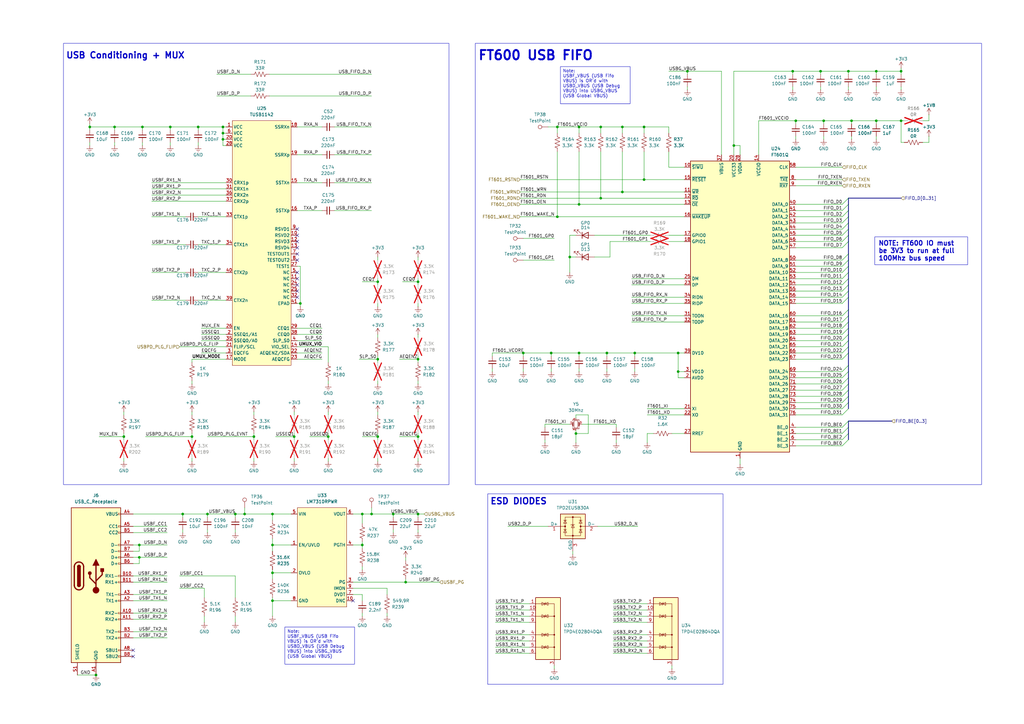
<source format=kicad_sch>
(kicad_sch (version 20250114) (generator "eeschema") (generator_version "9.0")
  (paper "A3")
  (title_block (title "USB-FIFO") (date "2025-02-18") (rev "3.0") (company "Drexel University") (comment 1 "Designed by John Hofmeyr"))
  (rectangle (start 194.945 17.78) (end 402.59 198.755))
  (rectangle (start 200.025 202.565) (end 296.545 280.67))
  (rectangle (start 26.035 17.78) (end 184.15 198.755))
  (text "USB Conditioning + MUX" (at 51.435 22.86 0) (effects (font (size 2.54 2.54) (thickness 0.508) (bold yes))))
  (text "FT600 USB FIFO" (at 219.71 22.86 0) (effects (font (size 3.81 3.81) (bold yes))))
  (text "ESD DIODES" (at 212.725 205.74 0) (effects (font (size 2.54 2.54) (thickness 0.508) (bold yes))))
  (text_box "Note: \nUSBF_VBUS (USB Fifo VBUS) is OR'd with USBD_VBUS (USB Debug VBUS) into USBG_VBUS (USB Global VBUS)" (at 229.87 27.305 0) (size 28.575 15.24) (margins 0.9525 0.9525 0.9525 0.9525) (effects (font (size 1.27 1.27)) (justify left top)))
  (text_box "Note: \nUSBF_VBUS (USB Fifo VBUS) is OR'd with USBD_VBUS (USB Debug VBUS) into USBG_VBUS (USB Global VBUS)" (at 116.84 257.175 0) (size 28.575 15.24) (margins 0.9525 0.9525 0.9525 0.9525) (effects (font (size 1.27 1.27)) (justify left top)))
  (text_box "NOTE: FT600 IO must be 3V3 to run at full 100Mhz bus speed" (at 358.775 97.155 0) (size 38.1 11.43) (margins 1.4288 1.4288 1.4288 1.4288) (effects (font (size 1.905 1.905) (bold yes)) (justify left top)))
  (junction (at 85.09 210.82))
  (junction (at 246.38 81.28))
  (junction (at 171.45 210.82))
  (junction (at 104.14 179.07))
  (junction (at 81.28 52.07))
  (junction (at 148.59 223.52))
  (junction (at 171.45 147.32))
  (junction (at 120.65 179.07))
  (junction (at 57.15 228.6))
  (junction (at 237.49 52.07))
  (junction (at 58.42 52.07))
  (junction (at 91.44 52.07))
  (junction (at 74.93 210.82))
  (junction (at 148.59 210.82))
  (junction (at 96.52 210.82))
  (junction (at 46.99 52.07))
  (junction (at 237.49 83.82))
  (junction (at 326.39 49.53))
  (junction (at 369.57 49.53))
  (junction (at 349.25 49.53))
  (junction (at 91.44 57.15))
  (junction (at 111.76 223.52))
  (junction (at 154.94 179.07))
  (junction (at 111.76 210.82))
  (junction (at 123.19 124.46))
  (junction (at 154.94 115.57))
  (junction (at 228.6 88.9))
  (junction (at 166.37 238.76))
  (junction (at 278.13 152.4))
  (junction (at 337.82 49.53))
  (junction (at 236.22 177.8))
  (junction (at 152.4 210.82))
  (junction (at 78.74 179.07))
  (junction (at 57.15 223.52))
  (junction (at 100.33 210.82))
  (junction (at 91.44 54.61))
  (junction (at 300.99 59.69))
  (junction (at 111.76 234.95))
  (junction (at 171.45 115.57))
  (junction (at 154.94 147.32))
  (junction (at 111.76 246.38))
  (junction (at 369.57 29.21))
  (junction (at 36.83 52.07))
  (junction (at 336.55 29.21))
  (junction (at 134.62 179.07))
  (junction (at 255.27 52.07))
  (junction (at 359.41 49.53))
  (junction (at 347.98 29.21))
  (junction (at 228.6 52.07))
  (junction (at 50.8 179.07))
  (junction (at 281.94 29.21))
  (junction (at 237.49 144.78))
  (junction (at 171.45 179.07))
  (junction (at 248.92 144.78))
  (junction (at 255.27 78.74))
  (junction (at 39.37 276.86))
  (junction (at 214.63 144.78))
  (junction (at 359.41 29.21))
  (junction (at 278.13 144.78))
  (junction (at 325.12 29.21))
  (junction (at 264.16 73.66))
  (junction (at 233.68 105.41))
  (junction (at 226.06 144.78))
  (junction (at 246.38 52.07))
  (junction (at 260.35 144.78))
  (junction (at 161.29 210.82))
  (junction (at 264.16 52.07))
  (junction (at 69.85 52.07))
  (no_connect (at 121.92 116.84))
  (no_connect (at 121.92 104.14))
  (no_connect (at 144.78 246.38))
  (no_connect (at 121.92 114.3))
  (no_connect (at 121.92 93.98))
  (no_connect (at 54.61 266.7))
  (no_connect (at 121.92 96.52))
  (no_connect (at 121.92 111.76))
  (no_connect (at 121.92 99.06))
  (no_connect (at 121.92 101.6))
  (no_connect (at 54.61 269.24))
  (no_connect (at 121.92 119.38))
  (no_connect (at 121.92 121.92))
  (no_connect (at 121.92 106.68))
  (bus_entry (at 345.44 160.02) (size 2.54 -2.54))
  (bus_entry (at 345.44 165.1) (size 2.54 -2.54))
  (bus_entry (at 345.44 96.52) (size 2.54 -2.54))
  (bus_entry (at 345.44 93.98) (size 2.54 -2.54))
  (bus_entry (at 345.44 180.34) (size 2.54 -2.54))
  (bus_entry (at 345.44 162.56) (size 2.54 -2.54))
  (bus_entry (at 345.44 177.8) (size 2.54 -2.54))
  (bus_entry (at 345.44 137.16) (size 2.54 -2.54))
  (bus_entry (at 345.44 152.4) (size 2.54 -2.54))
  (bus_entry (at 345.44 139.7) (size 2.54 -2.54))
  (bus_entry (at 345.44 175.26) (size 2.54 -2.54))
  (bus_entry (at 345.44 121.92) (size 2.54 -2.54))
  (bus_entry (at 345.44 170.18) (size 2.54 -2.54))
  (bus_entry (at 345.44 88.9) (size 2.54 -2.54))
  (bus_entry (at 345.44 124.46) (size 2.54 -2.54))
  (bus_entry (at 345.44 114.3) (size 2.54 -2.54))
  (bus_entry (at 345.44 182.88) (size 2.54 -2.54))
  (bus_entry (at 345.44 116.84) (size 2.54 -2.54))
  (bus_entry (at 345.44 167.64) (size 2.54 -2.54))
  (bus_entry (at 345.44 129.54) (size 2.54 -2.54))
  (bus_entry (at 345.44 86.36) (size 2.54 -2.54))
  (bus_entry (at 345.44 157.48) (size 2.54 -2.54))
  (bus_entry (at 345.44 101.6) (size 2.54 -2.54))
  (bus_entry (at 345.44 132.08) (size 2.54 -2.54))
  (bus_entry (at 345.44 154.94) (size 2.54 -2.54))
  (bus_entry (at 345.44 134.62) (size 2.54 -2.54))
  (bus_entry (at 345.44 83.82) (size 2.54 -2.54))
  (bus_entry (at 345.44 106.68) (size 2.54 -2.54))
  (bus_entry (at 345.44 91.44) (size 2.54 -2.54))
  (bus_entry (at 345.44 147.32) (size 2.54 -2.54))
  (bus_entry (at 345.44 119.38) (size 2.54 -2.54))
  (bus_entry (at 345.44 109.22) (size 2.54 -2.54))
  (bus_entry (at 345.44 111.76) (size 2.54 -2.54))
  (bus_entry (at 345.44 99.06) (size 2.54 -2.54))
  (bus_entry (at 345.44 144.78) (size 2.54 -2.54))
  (bus_entry (at 345.44 142.24) (size 2.54 -2.54))
  (wire (pts (xy 252.73 180.34) (xy 252.73 181.61)))
  (wire (pts (xy 54.61 246.38) (xy 68.58 246.38)))
  (wire (pts (xy 326.39 177.8) (xy 345.44 177.8)))
  (bus (pts (xy 347.98 116.84) (xy 347.98 114.3)))
  (wire (pts (xy 226.06 151.13) (xy 226.06 152.4)))
  (wire (pts (xy 369.57 35.56) (xy 369.57 36.83)))
  (wire (pts (xy 137.16 63.5) (xy 152.4 63.5)))
  (wire (pts (xy 326.39 129.54) (xy 345.44 129.54)))
  (wire (pts (xy 148.59 251.46) (xy 148.59 252.73)))
  (wire (pts (xy 201.93 151.13) (xy 201.93 152.4)))
  (wire (pts (xy 378.46 58.42) (xy 381 58.42)))
  (wire (pts (xy 166.37 228.6) (xy 166.37 229.87)))
  (wire (pts (xy 326.39 114.3) (xy 345.44 114.3)))
  (wire (pts (xy 213.36 73.66) (xy 264.16 73.66)))
  (wire (pts (xy 359.41 50.8) (xy 359.41 49.53)))
  (wire (pts (xy 241.3 170.18) (xy 241.3 177.8)))
  (wire (pts (xy 147.32 147.32) (xy 154.94 147.32)))
  (wire (pts (xy 326.39 86.36) (xy 345.44 86.36)))
  (wire (pts (xy 171.45 114.3) (xy 171.45 115.57)))
  (wire (pts (xy 59.69 179.07) (xy 78.74 179.07)))
  (wire (pts (xy 78.74 187.96) (xy 78.74 189.23)))
  (wire (pts (xy 171.45 115.57) (xy 171.45 116.84)))
  (wire (pts (xy 260.35 144.78) (xy 278.13 144.78)))
  (wire (pts (xy 326.39 121.92) (xy 345.44 121.92)))
  (wire (pts (xy 236.22 171.45) (xy 236.22 170.18)))
  (wire (pts (xy 267.97 177.8) (xy 265.43 177.8)))
  (wire (pts (xy 46.99 58.42) (xy 46.99 59.69)))
  (wire (pts (xy 214.63 151.13) (xy 214.63 152.4)))
  (wire (pts (xy 100.33 208.28) (xy 100.33 210.82)))
  (wire (pts (xy 255.27 78.74) (xy 280.67 78.74)))
  (wire (pts (xy 326.39 96.52) (xy 345.44 96.52)))
  (bus (pts (xy 347.98 137.16) (xy 347.98 134.62)))
  (wire (pts (xy 54.61 226.06) (xy 57.15 226.06)))
  (wire (pts (xy 121.92 139.7) (xy 132.08 139.7)))
  (wire (pts (xy 213.36 81.28) (xy 246.38 81.28)))
  (wire (pts (xy 264.16 52.07) (xy 274.32 52.07)))
  (wire (pts (xy 326.39 111.76) (xy 345.44 111.76)))
  (wire (pts (xy 158.75 241.3) (xy 158.75 243.84)))
  (wire (pts (xy 326.39 137.16) (xy 345.44 137.16)))
  (wire (pts (xy 74.93 212.09) (xy 74.93 210.82)))
  (wire (pts (xy 326.39 109.22) (xy 345.44 109.22)))
  (wire (pts (xy 280.67 114.3) (xy 259.08 114.3)))
  (wire (pts (xy 46.99 52.07) (xy 58.42 52.07)))
  (wire (pts (xy 326.39 73.66) (xy 345.44 73.66)))
  (wire (pts (xy 281.94 35.56) (xy 281.94 36.83)))
  (wire (pts (xy 246.38 52.07) (xy 246.38 54.61)))
  (wire (pts (xy 326.39 49.53) (xy 337.82 49.53)))
  (wire (pts (xy 91.44 52.07) (xy 91.44 54.61)))
  (wire (pts (xy 217.17 252.73) (xy 203.2 252.73)))
  (wire (pts (xy 223.52 173.99) (xy 223.52 175.26)))
  (wire (pts (xy 40.64 179.07) (xy 50.8 179.07)))
  (wire (pts (xy 265.43 255.27) (xy 251.46 255.27)))
  (wire (pts (xy 85.09 179.07) (xy 104.14 179.07)))
  (wire (pts (xy 111.76 233.68) (xy 111.76 234.95)))
  (wire (pts (xy 265.43 167.64) (xy 280.67 167.64)))
  (wire (pts (xy 326.39 144.78) (xy 345.44 144.78)))
  (wire (pts (xy 241.3 177.8) (xy 236.22 177.8)))
  (wire (pts (xy 208.28 215.9) (xy 224.79 215.9)))
  (wire (pts (xy 148.59 210.82) (xy 152.4 210.82)))
  (wire (pts (xy 259.08 124.46) (xy 280.67 124.46)))
  (wire (pts (xy 214.63 146.05) (xy 214.63 144.78)))
  (wire (pts (xy 326.39 132.08) (xy 345.44 132.08)))
  (wire (pts (xy 62.23 100.33) (xy 76.2 100.33)))
  (wire (pts (xy 303.53 63.5) (xy 303.53 59.69)))
  (wire (pts (xy 378.46 49.53) (xy 381 49.53)))
  (wire (pts (xy 154.94 137.16) (xy 154.94 138.43)))
  (bus (pts (xy 347.98 172.72) (xy 365.76 172.72)))
  (wire (pts (xy 303.53 59.69) (xy 300.99 59.69)))
  (wire (pts (xy 36.83 52.07) (xy 36.83 53.34)))
  (wire (pts (xy 246.38 81.28) (xy 280.67 81.28)))
  (wire (pts (xy 280.67 132.08) (xy 259.08 132.08)))
  (wire (pts (xy 278.13 152.4) (xy 278.13 144.78)))
  (wire (pts (xy 369.57 29.21) (xy 359.41 29.21)))
  (wire (pts (xy 96.52 255.27) (xy 96.52 252.73)))
  (wire (pts (xy 54.61 261.62) (xy 68.58 261.62)))
  (wire (pts (xy 50.8 177.8) (xy 50.8 179.07)))
  (wire (pts (xy 326.39 167.64) (xy 345.44 167.64)))
  (bus (pts (xy 347.98 129.54) (xy 347.98 127)))
  (bus (pts (xy 347.98 119.38) (xy 347.98 116.84)))
  (wire (pts (xy 281.94 30.48) (xy 281.94 29.21)))
  (wire (pts (xy 111.76 246.38) (xy 119.38 246.38)))
  (wire (pts (xy 132.08 74.93) (xy 121.92 74.93)))
  (wire (pts (xy 154.94 177.8) (xy 154.94 179.07)))
  (wire (pts (xy 54.61 243.84) (xy 68.58 243.84)))
  (wire (pts (xy 325.12 30.48) (xy 325.12 29.21)))
  (wire (pts (xy 233.68 105.41) (xy 236.22 105.41)))
  (wire (pts (xy 121.92 124.46) (xy 123.19 124.46)))
  (wire (pts (xy 255.27 62.23) (xy 255.27 78.74)))
  (wire (pts (xy 381 46.99) (xy 381 49.53)))
  (wire (pts (xy 171.45 179.07) (xy 171.45 180.34)))
  (wire (pts (xy 78.74 147.32) (xy 92.71 147.32)))
  (wire (pts (xy 171.45 187.96) (xy 171.45 189.23)))
  (wire (pts (xy 274.32 96.52) (xy 280.67 96.52)))
  (wire (pts (xy 274.32 52.07) (xy 274.32 54.61)))
  (wire (pts (xy 265.43 267.97) (xy 251.46 267.97)))
  (wire (pts (xy 132.08 63.5) (xy 121.92 63.5)))
  (wire (pts (xy 121.92 134.62) (xy 132.08 134.62)))
  (wire (pts (xy 347.98 29.21) (xy 336.55 29.21)))
  (wire (pts (xy 73.66 142.24) (xy 92.71 142.24)))
  (wire (pts (xy 201.93 144.78) (xy 214.63 144.78)))
  (wire (pts (xy 326.39 175.26) (xy 345.44 175.26)))
  (wire (pts (xy 96.52 245.11) (xy 96.52 236.22)))
  (wire (pts (xy 236.22 177.8) (xy 236.22 176.53)))
  (bus (pts (xy 347.98 114.3) (xy 347.98 111.76)))
  (wire (pts (xy 223.52 173.99) (xy 233.68 173.99)))
  (wire (pts (xy 74.93 217.17) (xy 74.93 218.44)))
  (wire (pts (xy 163.83 147.32) (xy 171.45 147.32)))
  (wire (pts (xy 166.37 238.76) (xy 180.34 238.76)))
  (wire (pts (xy 311.15 49.53) (xy 326.39 49.53)))
  (wire (pts (xy 300.99 29.21) (xy 325.12 29.21)))
  (wire (pts (xy 275.59 177.8) (xy 280.67 177.8)))
  (wire (pts (xy 274.32 62.23) (xy 274.32 68.58)))
  (wire (pts (xy 213.36 88.9) (xy 228.6 88.9)))
  (wire (pts (xy 111.76 223.52) (xy 111.76 226.06)))
  (wire (pts (xy 300.99 59.69) (xy 300.99 29.21)))
  (wire (pts (xy 217.17 247.65) (xy 203.2 247.65)))
  (wire (pts (xy 381 58.42) (xy 381 55.88)))
  (wire (pts (xy 171.45 177.8) (xy 171.45 179.07)))
  (wire (pts (xy 54.61 223.52) (xy 57.15 223.52)))
  (wire (pts (xy 104.14 179.07) (xy 104.14 180.34)))
  (wire (pts (xy 265.43 252.73) (xy 251.46 252.73)))
  (wire (pts (xy 171.45 210.82) (xy 173.99 210.82)))
  (wire (pts (xy 36.83 50.8) (xy 36.83 52.07)))
  (wire (pts (xy 134.62 156.21) (xy 134.62 157.48)))
  (wire (pts (xy 83.82 255.27) (xy 83.82 252.73)))
  (wire (pts (xy 54.61 238.76) (xy 68.58 238.76)))
  (wire (pts (xy 214.63 106.68) (xy 227.33 106.68)))
  (wire (pts (xy 349.25 49.53) (xy 359.41 49.53)))
  (wire (pts (xy 78.74 179.07) (xy 78.74 180.34)))
  (wire (pts (xy 213.36 78.74) (xy 255.27 78.74)))
  (wire (pts (xy 326.39 162.56) (xy 345.44 162.56)))
  (wire (pts (xy 347.98 30.48) (xy 347.98 29.21)))
  (bus (pts (xy 347.98 180.34) (xy 347.98 177.8)))
  (wire (pts (xy 243.84 96.52) (xy 266.7 96.52)))
  (wire (pts (xy 154.94 114.3) (xy 154.94 115.57)))
  (wire (pts (xy 132.08 52.07) (xy 121.92 52.07)))
  (wire (pts (xy 248.92 151.13) (xy 248.92 152.4)))
  (wire (pts (xy 265.43 177.8) (xy 265.43 181.61)))
  (wire (pts (xy 171.45 168.91) (xy 171.45 170.18)))
  (wire (pts (xy 158.75 251.46) (xy 158.75 252.73)))
  (wire (pts (xy 91.44 59.69) (xy 92.71 59.69)))
  (wire (pts (xy 280.67 73.66) (xy 264.16 73.66)))
  (wire (pts (xy 81.28 100.33) (xy 92.71 100.33)))
  (wire (pts (xy 280.67 152.4) (xy 278.13 152.4)))
  (bus (pts (xy 347.98 157.48) (xy 347.98 154.94)))
  (wire (pts (xy 113.03 179.07) (xy 120.65 179.07)))
  (wire (pts (xy 166.37 237.49) (xy 166.37 238.76)))
  (bus (pts (xy 347.98 175.26) (xy 347.98 172.72)))
  (wire (pts (xy 36.83 58.42) (xy 36.83 59.69)))
  (wire (pts (xy 50.8 179.07) (xy 50.8 180.34)))
  (wire (pts (xy 54.61 236.22) (xy 68.58 236.22)))
  (wire (pts (xy 100.33 210.82) (xy 111.76 210.82)))
  (wire (pts (xy 326.39 106.68) (xy 345.44 106.68)))
  (bus (pts (xy 347.98 139.7) (xy 347.98 137.16)))
  (wire (pts (xy 265.43 250.19) (xy 251.46 250.19)))
  (wire (pts (xy 121.92 109.22) (xy 123.19 109.22)))
  (wire (pts (xy 57.15 228.6) (xy 68.58 228.6)))
  (wire (pts (xy 217.17 260.35) (xy 203.2 260.35)))
  (wire (pts (xy 83.82 245.11) (xy 83.82 241.3)))
  (wire (pts (xy 154.94 156.21) (xy 154.94 157.48)))
  (wire (pts (xy 154.94 146.05) (xy 154.94 147.32)))
  (wire (pts (xy 78.74 156.21) (xy 78.74 157.48)))
  (wire (pts (xy 326.39 99.06) (xy 345.44 99.06)))
  (wire (pts (xy 110.49 30.48) (xy 152.4 30.48)))
  (wire (pts (xy 228.6 88.9) (xy 280.67 88.9)))
  (wire (pts (xy 104.14 187.96) (xy 104.14 189.23)))
  (wire (pts (xy 349.25 55.88) (xy 349.25 57.15)))
  (wire (pts (xy 260.35 146.05) (xy 260.35 144.78)))
  (wire (pts (xy 248.92 146.05) (xy 248.92 144.78)))
  (wire (pts (xy 82.55 139.7) (xy 92.71 139.7)))
  (wire (pts (xy 347.98 35.56) (xy 347.98 36.83)))
  (wire (pts (xy 85.09 210.82) (xy 96.52 210.82)))
  (bus (pts (xy 347.98 81.28) (xy 369.57 81.28)))
  (wire (pts (xy 54.61 228.6) (xy 57.15 228.6)))
  (wire (pts (xy 57.15 223.52) (xy 68.58 223.52)))
  (wire (pts (xy 104.14 168.91) (xy 104.14 170.18)))
  (wire (pts (xy 62.23 80.01) (xy 92.71 80.01)))
  (wire (pts (xy 369.57 27.94) (xy 369.57 29.21)))
  (wire (pts (xy 300.99 63.5) (xy 300.99 59.69)))
  (wire (pts (xy 54.61 251.46) (xy 68.58 251.46)))
  (wire (pts (xy 311.15 63.5) (xy 311.15 49.53)))
  (wire (pts (xy 325.12 35.56) (xy 325.12 36.83)))
  (bus (pts (xy 347.98 111.76) (xy 347.98 109.22)))
  (wire (pts (xy 54.61 210.82) (xy 74.93 210.82)))
  (wire (pts (xy 54.61 254) (xy 68.58 254)))
  (wire (pts (xy 237.49 83.82) (xy 280.67 83.82)))
  (wire (pts (xy 161.29 210.82) (xy 171.45 210.82)))
  (wire (pts (xy 227.33 273.05) (xy 227.33 274.32)))
  (wire (pts (xy 85.09 212.09) (xy 85.09 210.82)))
  (wire (pts (xy 228.6 52.07) (xy 237.49 52.07)))
  (wire (pts (xy 50.8 168.91) (xy 50.8 170.18)))
  (wire (pts (xy 81.28 58.42) (xy 81.28 59.69)))
  (wire (pts (xy 148.59 223.52) (xy 148.59 224.79)))
  (bus (pts (xy 347.98 149.86) (xy 347.98 144.78)))
  (wire (pts (xy 237.49 146.05) (xy 237.49 144.78)))
  (bus (pts (xy 347.98 96.52) (xy 347.98 93.98)))
  (wire (pts (xy 369.57 30.48) (xy 369.57 29.21)))
  (wire (pts (xy 326.39 91.44) (xy 345.44 91.44)))
  (wire (pts (xy 91.44 57.15) (xy 91.44 59.69)))
  (wire (pts (xy 91.44 57.15) (xy 92.71 57.15)))
  (wire (pts (xy 91.44 54.61) (xy 92.71 54.61)))
  (wire (pts (xy 326.39 147.32) (xy 345.44 147.32)))
  (wire (pts (xy 81.28 52.07) (xy 91.44 52.07)))
  (wire (pts (xy 148.59 223.52) (xy 148.59 222.25)))
  (wire (pts (xy 237.49 52.07) (xy 246.38 52.07)))
  (wire (pts (xy 326.39 182.88) (xy 345.44 182.88)))
  (wire (pts (xy 102.87 30.48) (xy 88.9 30.48)))
  (wire (pts (xy 326.39 116.84) (xy 345.44 116.84)))
  (wire (pts (xy 359.41 29.21) (xy 347.98 29.21)))
  (wire (pts (xy 73.66 236.22) (xy 96.52 236.22)))
  (wire (pts (xy 54.61 231.14) (xy 57.15 231.14)))
  (wire (pts (xy 134.62 148.59) (xy 134.62 142.24)))
  (wire (pts (xy 144.78 238.76) (xy 166.37 238.76)))
  (wire (pts (xy 134.62 187.96) (xy 134.62 189.23)))
  (wire (pts (xy 134.62 168.91) (xy 134.62 170.18)))
  (wire (pts (xy 111.76 234.95) (xy 111.76 237.49)))
  (wire (pts (xy 336.55 35.56) (xy 336.55 36.83)))
  (wire (pts (xy 165.1 115.57) (xy 171.45 115.57)))
  (wire (pts (xy 326.39 55.88) (xy 326.39 57.15)))
  (wire (pts (xy 154.94 115.57) (xy 154.94 116.84)))
  (wire (pts (xy 134.62 177.8) (xy 134.62 179.07)))
  (bus (pts (xy 347.98 160.02) (xy 347.98 157.48)))
  (wire (pts (xy 337.82 50.8) (xy 337.82 49.53)))
  (wire (pts (xy 326.39 93.98) (xy 345.44 93.98)))
  (wire (pts (xy 278.13 144.78) (xy 280.67 144.78)))
  (wire (pts (xy 137.16 74.93) (xy 152.4 74.93)))
  (wire (pts (xy 326.39 50.8) (xy 326.39 49.53)))
  (wire (pts (xy 217.17 262.89) (xy 203.2 262.89)))
  (bus (pts (xy 347.98 154.94) (xy 347.98 152.4)))
  (wire (pts (xy 370.84 58.42) (xy 369.57 58.42)))
  (wire (pts (xy 274.32 99.06) (xy 280.67 99.06)))
  (wire (pts (xy 69.85 58.42) (xy 69.85 59.69)))
  (wire (pts (xy 236.22 96.52) (xy 233.68 96.52)))
  (wire (pts (xy 326.39 157.48) (xy 345.44 157.48)))
  (wire (pts (xy 50.8 187.96) (xy 50.8 189.23)))
  (bus (pts (xy 347.98 165.1) (xy 347.98 162.56)))
  (wire (pts (xy 54.61 218.44) (xy 68.58 218.44)))
  (wire (pts (xy 326.39 170.18) (xy 345.44 170.18)))
  (wire (pts (xy 274.32 29.21) (xy 281.94 29.21)))
  (wire (pts (xy 62.23 88.9) (xy 76.2 88.9)))
  (bus (pts (xy 347.98 91.44) (xy 347.98 88.9)))
  (wire (pts (xy 154.94 147.32) (xy 154.94 148.59)))
  (wire (pts (xy 228.6 52.07) (xy 228.6 54.61)))
  (wire (pts (xy 171.45 105.41) (xy 171.45 106.68)))
  (wire (pts (xy 280.67 68.58) (xy 274.32 68.58)))
  (wire (pts (xy 62.23 74.93) (xy 92.71 74.93)))
  (wire (pts (xy 82.55 137.16) (xy 92.71 137.16)))
  (wire (pts (xy 359.41 49.53) (xy 369.57 49.53)))
  (wire (pts (xy 121.92 144.78) (xy 132.08 144.78)))
  (wire (pts (xy 96.52 212.09) (xy 96.52 210.82)))
  (wire (pts (xy 121.92 142.24) (xy 134.62 142.24)))
  (wire (pts (xy 91.44 52.07) (xy 92.71 52.07)))
  (wire (pts (xy 171.45 146.05) (xy 171.45 147.32)))
  (wire (pts (xy 161.29 217.17) (xy 161.29 218.44)))
  (wire (pts (xy 250.19 99.06) (xy 266.7 99.06)))
  (wire (pts (xy 120.65 187.96) (xy 120.65 189.23)))
  (wire (pts (xy 85.09 217.17) (xy 85.09 218.44)))
  (wire (pts (xy 111.76 223.52) (xy 119.38 223.52)))
  (wire (pts (xy 69.85 52.07) (xy 69.85 53.34)))
  (wire (pts (xy 337.82 49.53) (xy 349.25 49.53)))
  (wire (pts (xy 326.39 142.24) (xy 345.44 142.24)))
  (wire (pts (xy 132.08 86.36) (xy 121.92 86.36)))
  (wire (pts (xy 134.62 179.07) (xy 134.62 180.34)))
  (wire (pts (xy 217.17 255.27) (xy 203.2 255.27)))
  (bus (pts (xy 347.98 86.36) (xy 347.98 83.82)))
  (wire (pts (xy 152.4 210.82) (xy 161.29 210.82)))
  (wire (pts (xy 228.6 62.23) (xy 228.6 88.9)))
  (wire (pts (xy 255.27 52.07) (xy 255.27 54.61)))
  (wire (pts (xy 237.49 62.23) (xy 237.49 83.82)))
  (bus (pts (xy 347.98 177.8) (xy 347.98 175.26)))
  (wire (pts (xy 152.4 208.28) (xy 152.4 210.82)))
  (wire (pts (xy 54.61 259.08) (xy 68.58 259.08)))
  (wire (pts (xy 62.23 77.47) (xy 92.71 77.47)))
  (wire (pts (xy 260.35 151.13) (xy 260.35 152.4)))
  (wire (pts (xy 144.78 243.84) (xy 148.59 243.84)))
  (wire (pts (xy 171.45 147.32) (xy 171.45 148.59)))
  (wire (pts (xy 96.52 217.17) (xy 96.52 218.44)))
  (wire (pts (xy 73.66 241.3) (xy 83.82 241.3)))
  (wire (pts (xy 110.49 39.37) (xy 152.4 39.37)))
  (wire (pts (xy 326.39 124.46) (xy 345.44 124.46)))
  (wire (pts (xy 243.84 105.41) (xy 250.19 105.41)))
  (bus (pts (xy 347.98 121.92) (xy 347.98 119.38)))
  (wire (pts (xy 120.65 179.07) (xy 120.65 180.34)))
  (bus (pts (xy 347.98 162.56) (xy 347.98 160.02)))
  (bus (pts (xy 347.98 93.98) (xy 347.98 91.44)))
  (wire (pts (xy 264.16 52.07) (xy 264.16 54.61)))
  (wire (pts (xy 252.73 173.99) (xy 252.73 175.26)))
  (wire (pts (xy 326.39 101.6) (xy 345.44 101.6)))
  (wire (pts (xy 62.23 123.19) (xy 76.2 123.19)))
  (wire (pts (xy 123.19 109.22) (xy 123.19 124.46)))
  (wire (pts (xy 58.42 58.42) (xy 58.42 59.69)))
  (wire (pts (xy 102.87 39.37) (xy 88.9 39.37)))
  (wire (pts (xy 236.22 170.18) (xy 241.3 170.18)))
  (wire (pts (xy 326.39 134.62) (xy 345.44 134.62)))
  (wire (pts (xy 237.49 144.78) (xy 248.92 144.78)))
  (wire (pts (xy 171.45 124.46) (xy 171.45 125.73)))
  (wire (pts (xy 171.45 137.16) (xy 171.45 138.43)))
  (wire (pts (xy 349.25 50.8) (xy 349.25 49.53)))
  (wire (pts (xy 91.44 54.61) (xy 91.44 57.15)))
  (wire (pts (xy 280.67 129.54) (xy 259.08 129.54)))
  (wire (pts (xy 226.06 144.78) (xy 237.49 144.78)))
  (wire (pts (xy 144.78 241.3) (xy 158.75 241.3)))
  (wire (pts (xy 57.15 226.06) (xy 57.15 223.52)))
  (wire (pts (xy 144.78 223.52) (xy 148.59 223.52)))
  (wire (pts (xy 359.41 30.48) (xy 359.41 29.21)))
  (wire (pts (xy 233.68 96.52) (xy 233.68 105.41)))
  (wire (pts (xy 278.13 154.94) (xy 278.13 152.4)))
  (bus (pts (xy 347.98 142.24) (xy 347.98 139.7)))
  (bus (pts (xy 347.98 109.22) (xy 347.98 106.68)))
  (wire (pts (xy 154.94 124.46) (xy 154.94 125.73)))
  (wire (pts (xy 265.43 262.89) (xy 251.46 262.89)))
  (wire (pts (xy 78.74 177.8) (xy 78.74 179.07)))
  (wire (pts (xy 265.43 170.18) (xy 280.67 170.18)))
  (wire (pts (xy 111.76 245.11) (xy 111.76 246.38)))
  (wire (pts (xy 217.17 250.19) (xy 203.2 250.19)))
  (wire (pts (xy 148.59 179.07) (xy 154.94 179.07)))
  (wire (pts (xy 120.65 168.91) (xy 120.65 170.18)))
  (bus (pts (xy 347.98 106.68) (xy 347.98 104.14)))
  (wire (pts (xy 337.82 55.88) (xy 337.82 57.15)))
  (wire (pts (xy 326.39 139.7) (xy 345.44 139.7)))
  (wire (pts (xy 237.49 52.07) (xy 237.49 54.61)))
  (wire (pts (xy 326.39 83.82) (xy 345.44 83.82)))
  (wire (pts (xy 326.39 88.9) (xy 345.44 88.9)))
  (wire (pts (xy 359.41 35.56) (xy 359.41 36.83)))
  (wire (pts (xy 163.83 179.07) (xy 171.45 179.07)))
  (wire (pts (xy 369.57 49.53) (xy 370.84 49.53)))
  (wire (pts (xy 57.15 231.14) (xy 57.15 228.6)))
  (wire (pts (xy 280.67 154.94) (xy 278.13 154.94)))
  (wire (pts (xy 217.17 267.97) (xy 203.2 267.97)))
  (wire (pts (xy 255.27 52.07) (xy 264.16 52.07)))
  (wire (pts (xy 58.42 52.07) (xy 58.42 53.34)))
  (wire (pts (xy 81.28 123.19) (xy 92.71 123.19)))
  (bus (pts (xy 347.98 88.9) (xy 347.98 86.36)))
  (wire (pts (xy 81.28 88.9) (xy 92.71 88.9)))
  (wire (pts (xy 104.14 177.8) (xy 104.14 179.07)))
  (wire (pts (xy 265.43 247.65) (xy 251.46 247.65)))
  (bus (pts (xy 347.98 167.64) (xy 347.98 165.1)))
  (wire (pts (xy 359.41 55.88) (xy 359.41 57.15)))
  (wire (pts (xy 246.38 52.07) (xy 255.27 52.07)))
  (wire (pts (xy 171.45 212.09) (xy 171.45 210.82)))
  (wire (pts (xy 54.61 215.9) (xy 68.58 215.9)))
  (wire (pts (xy 248.92 144.78) (xy 260.35 144.78)))
  (wire (pts (xy 120.65 177.8) (xy 120.65 179.07)))
  (wire (pts (xy 154.94 105.41) (xy 154.94 106.68)))
  (bus (pts (xy 347.98 127) (xy 347.98 121.92)))
  (bus (pts (xy 347.98 132.08) (xy 347.98 129.54)))
  (wire (pts (xy 78.74 147.32) (xy 78.74 148.59)))
  (wire (pts (xy 275.59 273.05) (xy 275.59 274.32)))
  (wire (pts (xy 246.38 62.23) (xy 246.38 81.28)))
  (bus (pts (xy 347.98 99.06) (xy 347.98 96.52)))
  (wire (pts (xy 326.39 154.94) (xy 345.44 154.94)))
  (wire (pts (xy 214.63 97.79) (xy 227.33 97.79)))
  (wire (pts (xy 326.39 160.02) (xy 345.44 160.02)))
  (wire (pts (xy 201.93 146.05) (xy 201.93 144.78)))
  (wire (pts (xy 369.57 58.42) (xy 369.57 49.53)))
  (wire (pts (xy 69.85 52.07) (xy 81.28 52.07)))
  (wire (pts (xy 144.78 210.82) (xy 148.59 210.82)))
  (wire (pts (xy 236.22 177.8) (xy 236.22 181.61)))
  (wire (pts (xy 238.76 173.99) (xy 252.73 173.99)))
  (wire (pts (xy 111.76 210.82) (xy 111.76 213.36)))
  (wire (pts (xy 36.83 52.07) (xy 46.99 52.07)))
  (wire (pts (xy 137.16 86.36) (xy 152.4 86.36)))
  (wire (pts (xy 281.94 29.21) (xy 295.91 29.21)))
  (wire (pts (xy 78.74 168.91) (xy 78.74 170.18)))
  (wire (pts (xy 62.23 111.76) (xy 76.2 111.76)))
  (wire (pts (xy 111.76 220.98) (xy 111.76 223.52)))
  (wire (pts (xy 82.55 134.62) (xy 92.71 134.62)))
  (wire (pts (xy 121.92 147.32) (xy 132.08 147.32)))
  (wire (pts (xy 224.79 52.07) (xy 228.6 52.07)))
  (wire (pts (xy 123.19 124.46) (xy 123.19 125.73)))
  (wire (pts (xy 31.75 276.86) (xy 39.37 276.86)))
  (wire (pts (xy 121.92 137.16) (xy 132.08 137.16)))
  (wire (pts (xy 137.16 52.07) (xy 152.4 52.07)))
  (wire (pts (xy 154.94 179.07) (xy 154.94 180.34)))
  (wire (pts (xy 46.99 52.07) (xy 46.99 53.34)))
  (wire (pts (xy 111.76 210.82) (xy 119.38 210.82)))
  (wire (pts (xy 234.95 226.06) (xy 234.95 227.33)))
  (wire (pts (xy 127 179.07) (xy 134.62 179.07)))
  (wire (pts (xy 154.94 187.96) (xy 154.94 189.23)))
  (wire (pts (xy 326.39 119.38) (xy 345.44 119.38)))
  (wire (pts (xy 171.45 156.21) (xy 171.45 157.48)))
  (wire (pts (xy 81.28 111.76) (xy 92.71 111.76)))
  (wire (pts (xy 171.45 217.17) (xy 171.45 218.44)))
  (wire (pts (xy 161.29 212.09) (xy 161.29 210.82)))
  (wire (pts (xy 264.16 73.66) (xy 264.16 62.23)))
  (bus (pts (xy 347.98 83.82) (xy 347.98 81.28)))
  (wire (pts (xy 237.49 151.13) (xy 237.49 152.4)))
  (wire (pts (xy 74.93 210.82) (xy 85.09 210.82)))
  (wire (pts (xy 62.23 82.55) (xy 92.71 82.55)))
  (wire (pts (xy 223.52 180.34) (xy 223.52 181.61)))
  (wire (pts (xy 214.63 144.78) (xy 226.06 144.78)))
  (wire (pts (xy 217.17 265.43) (xy 203.2 265.43)))
  (wire (pts (xy 326.39 165.1) (xy 345.44 165.1)))
  (wire (pts (xy 326.39 68.58) (xy 345.44 68.58)))
  (bus (pts (xy 347.98 152.4) (xy 347.98 149.86)))
  (wire (pts (xy 261.62 215.9) (xy 245.11 215.9)))
  (wire (pts (xy 148.59 115.57) (xy 154.94 115.57)))
  (wire (pts (xy 213.36 83.82) (xy 237.49 83.82)))
  (wire (pts (xy 82.55 144.78) (xy 92.71 144.78)))
  (wire (pts (xy 265.43 260.35) (xy 251.46 260.35)))
  (bus (pts (xy 347.98 104.14) (xy 347.98 99.06)))
  (wire (pts (xy 226.06 146.05) (xy 226.06 144.78)))
  (wire (pts (xy 111.76 246.38) (xy 111.76 252.73)))
  (wire (pts (xy 326.39 76.2) (xy 345.44 76.2)))
  (wire (pts (xy 154.94 168.91) (xy 154.94 170.18)))
  (wire (pts (xy 259.08 121.92) (xy 280.67 121.92)))
  (wire (pts (xy 148.59 232.41) (xy 148.59 233.68)))
  (wire (pts (xy 148.59 210.82) (xy 148.59 214.63)))
  (wire (pts (xy 336.55 29.21) (xy 325.12 29.21)))
  (wire (pts (xy 265.43 265.43) (xy 251.46 265.43)))
  (wire (pts (xy 326.39 180.34) (xy 345.44 180.34)))
  (wire (pts (xy 111.76 234.95) (xy 119.38 234.95)))
  (bus (pts (xy 347.98 134.62) (xy 347.98 132.08)))
  (wire (pts (xy 326.39 152.4) (xy 345.44 152.4)))
  (wire (pts (xy 81.28 52.07) (xy 81.28 53.34)))
  (wire (pts (xy 303.53 187.96) (xy 303.53 190.5)))
  (wire (pts (xy 148.59 243.84) (xy 148.59 246.38)))
  (wire (pts (xy 336.55 30.48) (xy 336.55 29.21)))
  (wire (pts (xy 295.91 63.5) (xy 295.91 29.21)))
  (wire (pts (xy 58.42 52.07) (xy 69.85 52.07)))
  (bus (pts (xy 347.98 144.78) (xy 347.98 142.24)))
  (wire (pts (xy 96.52 210.82) (xy 100.33 210.82)))
  (wire (pts (xy 250.19 105.41) (xy 250.19 99.06)))
  (wire (pts (xy 280.67 116.84) (xy 259.08 116.84)))
  (wire (pts (xy 233.68 105.41) (xy 233.68 111.76)))
  (label "RXA_P" (at 124.46 63.5 0))
  (label "FIFO_D11" (at 345.44 114.3 180))
  (label "FIFO_D10" (at 345.44 111.76 180))
  (label "TXC_2_N" (at 82.55 123.19 0))
  (label "FIFO_D4" (at 345.44 93.98 180))
  (label "USBF_TX2_N" (at 68.58 259.08 180))
  (label "FIFO_D17" (at 345.44 132.08 180))
  (label "USBF_D_P" (at 68.58 228.6 180))
  (label "FT601_WAKE_N" (at 213.36 88.9 0))
  (label "FIFO_BE0" (at 345.44 182.88 180))
  (label "USB_FIFO_TX_N" (at 259.08 129.54 0))
  (label "AEQCFG" (at 132.08 147.32 180))
  (label "MUX_EN" (at 82.55 134.62 0))
  (label "FIFO_BE1" (at 345.44 177.8 180))
  (label "CEQ0" (at 132.08 137.16 180))
  (label "USBF_TX1_P" (at 62.23 100.33 0))
  (label "FIFO_D28" (at 345.44 162.56 180))
  (label "FT601_OEN" (at 213.36 83.82 0))
  (label "USBF_RX2_P" (at 68.58 254 180))
  (label "USSEQ1" (at 82.55 137.16 0))
  (label "USBPD_PLG_FLIP" (at 73.66 142.24 0))
  (label "USBF_CC2" (at 68.58 218.44 180))
  (label "FIFO_CLK" (at 345.44 68.58 180))
  (label "USB3_RX2_N" (at 251.46 265.43 0))
  (label "USBF_RX2_N" (at 68.58 251.46 180))
  (label "FT601_XO" (at 252.73 173.99 180))
  (label "MUX_EN" (at 40.64 179.07 0))
  (label "AEQCFG" (at 163.83 179.07 0))
  (label "FIFO_D16" (at 345.44 129.54 180))
  (label "FT601_VCCIO" (at 228.6 52.07 0))
  (label "USBF_D_N" (at 88.9 30.48 0))
  (label "USBF_VBUS" (at 96.52 210.82 180))
  (label "FIFO_D5" (at 345.44 96.52 180))
  (label "AEQENZ" (at 132.08 144.78 180))
  (label "FIFO_D15" (at 345.44 124.46 180))
  (label "FT601_GP1" (at 227.33 106.68 180))
  (label "USBF_CC2" (at 73.66 241.3 0))
  (label "USB_FIFO_RX_P" (at 259.08 124.46 0))
  (label "USB3_TX1_P" (at 203.2 247.65 0))
  (label "USSEQ0" (at 82.55 139.7 0))
  (label "UMUX_MODE" (at 78.74 147.32 0) (effects (font (bold yes))))
  (label "FT601_RSTN" (at 213.36 73.66 0))
  (label "FIFO_D23" (at 345.44 147.32 180))
  (label "USBF_RX1_P" (at 62.23 77.47 0))
  (label "USBPD_PLG_FLIP" (at 59.69 179.07 0))
  (label "FIFO_D12" (at 345.44 116.84 180))
  (label "FT601_XI" (at 265.43 167.64 0))
  (label "USBF_RX2_P" (at 62.23 82.55 0))
  (label "FIFO_D7" (at 345.44 101.6 180))
  (label "USBF_PG" (at 180.34 238.76 180))
  (label "TXA_N" (at 124.46 74.93 0))
  (label "USBF_D_P" (at 88.9 39.37 0))
  (label "USB_FIFO_D_N" (at 152.4 30.48 180))
  (label "FIFO_D3" (at 345.44 91.44 180))
  (label "FIFO_D9" (at 345.44 109.22 180))
  (label "USB3_TX2_P" (at 251.46 250.19 0))
  (label "FIFO_D1" (at 345.44 86.36 180))
  (label "FIFO_D25" (at 345.44 154.94 180))
  (label "USBF_RX1_N" (at 62.23 74.93 0))
  (label "USB3_RX1_P" (at 203.2 260.35 0))
  (label "USSEQ0" (at 127 179.07 0))
  (label "USBF_TX1_N" (at 68.58 246.38 180))
  (label "USB_FIFO_TX_N" (at 152.4 52.07 180))
  (label "FT601_VCCIO" (at 311.15 49.53 0))
  (label "EQCFG" (at 148.59 179.07 0))
  (label "USBF_TX2_P" (at 68.58 261.62 180))
  (label "FT601_GP1" (at 255.27 99.06 0))
  (label "USBF_D_N" (at 68.58 223.52 180))
  (label "FIFO_D27" (at 345.44 160.02 180))
  (label "FIFO_BE0" (at 345.44 175.26 180))
  (label "FIFO_D19" (at 345.44 137.16 180))
  (label "CEQ1" (at 148.59 115.57 0))
  (label "FT601_RDN" (at 213.36 81.28 0))
  (label "TXA_P" (at 124.46 86.36 0))
  (label "USB3_RX2_N" (at 251.46 267.97 0))
  (label "SLP_S0" (at 132.08 139.7 180))
  (label "FT601_GP0" (at 255.27 96.52 0))
  (label "USB3_TX1_N" (at 203.2 255.27 0))
  (label "FIFO_D21" (at 345.44 142.24 180))
  (label "USB2_D_N" (at 261.62 215.9 180))
  (label "FIFO_RXEN" (at 345.44 76.2 180))
  (label "USB2_D_P" (at 208.28 215.9 0))
  (label "FIFO_D20" (at 345.44 139.7 180))
  (label "RXA_N" (at 124.46 52.07 0))
  (label "FT601_VCORE" (at 201.93 144.78 0))
  (label "FT601_XI" (at 223.52 173.99 0))
  (label "FT601_XO" (at 265.43 170.18 0))
  (label "USB3_TX2_N" (at 251.46 252.73 0))
  (label "USB3_TX1_N" (at 203.2 252.73 0))
  (label "USB3_RX2_P" (at 251.46 262.89 0))
  (label "USB3_TX1_P" (at 203.2 250.19 0))
  (label "USBF_RX1_N" (at 68.58 238.76 180))
  (label "USB_FIFO_D_P" (at 152.4 39.37 180))
  (label "USBF_TX2_N" (at 62.23 123.19 0))
  (label "TXC_1_N" (at 82.55 88.9 0))
  (label "FIFO_D31" (at 345.44 170.18 180))
  (label "USB_FIFO_D_N" (at 259.08 114.3 0))
  (label "FIFO_D2" (at 345.44 88.9 180))
  (label "FIFO_D8" (at 345.44 106.68 180))
  (label "FT601_WRN" (at 213.36 78.74 0))
  (label "USB_FIFO_RX_N" (at 152.4 74.93 180))
  (label "AEQENZ" (at 163.83 147.32 0))
  (label "SLP_S0" (at 147.32 147.32 0))
  (label "USB3_RX2_P" (at 251.46 260.35 0))
  (label "FIFO_D13" (at 345.44 119.38 180))
  (label "USB_FIFO_TX_P" (at 152.4 63.5 180))
  (label "USSEQ1" (at 113.03 179.07 0))
  (label "FIFO_D30" (at 345.44 167.64 180))
  (label "USB3_RX1_P" (at 203.2 262.89 0))
  (label "UMUX_VIO" (at 132.08 142.24 180) (effects (font (bold yes))))
  (label "USB3_TX2_N" (at 251.46 255.27 0))
  (label "FT601_GP0" (at 227.33 97.79 180))
  (label "FIFO_D24" (at 345.44 152.4 180))
  (label "USBF_TX2_P" (at 62.23 111.76 0))
  (label "FIFO_D26" (at 345.44 157.48 180))
  (label "FIFO_D29" (at 345.44 165.1 180))
  (label "USBPD_PLG_EVNT" (at 85.09 179.07 0))
  (label "USB_FIFO_RX_N" (at 259.08 121.92 0))
  (label "CEQ1" (at 132.08 134.62 180))
  (label "FIFO_BE2" (at 345.44 180.34 180))
  (label "USBF_TX1_N" (at 62.23 88.9 0))
  (label "USBF_TX1_P" (at 68.58 243.84 180))
  (label "FIFO_D18" (at 345.44 134.62 180))
  (label "USB3_RX1_N" (at 203.2 265.43 0))
  (label "USB_FIFO_D_P" (at 259.08 116.84 0))
  (label "FIFO_D0" (at 345.44 83.82 180))
  (label "CEQ0" (at 165.1 115.57 0))
  (label "USBG_VBUS" (at 171.45 210.82 180))
  (label "USBF_CC1" (at 68.58 215.9 180))
  (label "USB_FIFO_TX_P" (at 259.08 132.08 0))
  (label "USBG_VBUS" (at 274.32 29.21 0))
  (label "EQCFG" (at 82.55 144.78 0))
  (label "FIFO_D14" (at 345.44 121.92 180))
  (label "USB3_RX1_N" (at 203.2 267.97 0))
  (label "USBF_RX2_N" (at 62.23 80.01 0))
  (label "TXC_1_P" (at 82.55 100.33 0))
  (label "USB3_TX2_P" (at 251.46 247.65 0))
  (label "USB_FIFO_RX_P" (at 152.4 86.36 180))
  (label "USBF_CC1" (at 73.66 236.22 0))
  (label "USBF_RX1_P" (at 68.58 236.22 180))
  (label "GND" (at 33.02 276.86 0))
  (label "TXC_2_P" (at 82.55 111.76 0))
  (label "FIFO_D6" (at 345.44 99.06 180))
  (label "FIFO_TXEN" (at 345.44 73.66 180))
  (label "FIFO_D22" (at 345.44 144.78 180))
  (hierarchical_label "USBF_PG" (shape input) (at 180.34 238.76 0))
  (hierarchical_label "FT601_WRN" (shape input) (at 213.36 78.74 180))
  (hierarchical_label "USBG_VBUS" (shape input) (at 173.99 210.82 0))
  (hierarchical_label "FT601_RDN" (shape input) (at 213.36 81.28 180))
  (hierarchical_label "FT601_OEN" (shape input) (at 213.36 83.82 180))
  (hierarchical_label "FIFO_RXEN" (shape input) (at 345.44 76.2 0))
  (hierarchical_label "FT601_RSTN" (shape input) (at 213.36 73.66 180))
  (hierarchical_label "FIFO_TXEN" (shape input) (at 345.44 73.66 0))
  (hierarchical_label "FIFO_BE[0..3]" (shape input) (at 365.76 172.72 0))
  (hierarchical_label "FIFO_D[0..31]" (shape input) (at 369.57 81.28 0))
  (hierarchical_label "FIFO_CLK" (shape input) (at 345.44 68.58 0))
  (hierarchical_label "FT601_WAKE_N" (shape input) (at 213.36 88.9 180))
  (hierarchical_label "USBPD_PLG_FLIP" (shape input) (at 73.66 142.24 180))
  (symbol (lib_id "Device:R_US") (at 134.62 152.4 180) (unit 1)
    (property "Reference" "R180" (at 139.065 153.67 0))
    (property "Value" "1K" (at 139.065 151.13 0))
    (property "Footprint" "Resistor_SMD:R_0201_0603Metric" (effects (hide yes)))
    (property "Description" "Resistor, US symbol" (effects (hide yes)))
  )
  (symbol (lib_id "power:GND") (at 123.19 125.73 0) (unit 1)
    (property "Reference" "#PWR0344" (effects (hide yes)))
    (property "Value" "GND" (at 123.19 129.54 0))
    (property "Description" "Power symbol creates a global label with name \"GND\" , ground" (effects (hide yes)))
  )
  (symbol (lib_id "Device:C_Small") (at 226.06 148.59 0) (unit 1)
    (property "Reference" "C155" (at 228.6 147.3262 0) (effects (justify left)))
    (property "Value" "100nF" (at 228.6 149.8662 0) (effects (justify left)))
    (property "Footprint" "Capacitor_SMD:C_0201_0603Metric" (effects (hide yes)))
    (property "Description" "Unpolarized capacitor, small symbol" (effects (hide yes)))
  )
  (symbol (lib_id "Device:R_US") (at 106.68 30.48 270) (unit 1)
    (property "Reference" "R171" (at 106.68 25.4 90))
    (property "Value" "33R" (at 106.68 27.94 90))
    (property "Footprint" "Resistor_SMD:R_0201_0603Metric" (effects (hide yes)))
    (property "Description" "Resistor, US symbol" (effects (hide yes)))
  )
  (symbol (lib_id "power:GND") (at 226.06 152.4 0) (unit 1)
    (property "Reference" "#PWR0319" (effects (hide yes)))
    (property "Value" "GND" (at 226.06 156.21 0))
    (property "Description" "Power symbol creates a global label with name \"GND\" , ground" (effects (hide yes)))
  )
  (symbol (lib_id "Device:C_Small") (at 337.82 53.34 0) (unit 1)
    (property "Reference" "C165" (at 340.36 52.0762 0) (effects (justify left)))
    (property "Value" "100nF" (at 340.36 54.6162 0) (effects (justify left)))
    (property "Footprint" "Capacitor_SMD:C_0201_0603Metric" (effects (hide yes)))
    (property "Description" "Unpolarized capacitor, small symbol" (effects (hide yes)))
  )
  (symbol (lib_id "Device:C_Small") (at 161.29 214.63 0) (unit 1)
    (property "Reference" "C209" (at 163.83 213.3662 0) (effects (justify left)))
    (property "Value" "22uF" (at 163.83 215.9062 0) (effects (justify left)))
    (property "Footprint" "Capacitor_SMD:C_0805_2012Metric" (effects (hide yes)))
    (property "Description" "Unpolarized capacitor, small symbol" (effects (hide yes)))
  )
  (symbol (lib_id "Device:C_Small") (at 359.41 33.02 0) (mirror y) (unit 1)
    (property "Reference" "C160" (at 356.87 31.7562 0) (effects (justify left)))
    (property "Value" "100nF" (at 356.87 34.2962 0) (effects (justify left)))
    (property "Footprint" "Capacitor_SMD:C_0201_0603Metric" (effects (hide yes)))
    (property "Description" "Unpolarized capacitor, small symbol" (effects (hide yes)))
  )
  (symbol (lib_id "power:GND") (at 96.52 255.27 0) (unit 1)
    (property "Reference" "#PWR0365" (effects (hide yes)))
    (property "Value" "GND" (at 96.52 259.08 0))
    (property "Description" "Power symbol creates a global label with name \"GND\" , ground" (effects (hide yes)))
  )
  (symbol (lib_id "Device:C_Small") (at 134.62 52.07 90) (unit 1)
    (property "Reference" "C52" (at 134.6263 45.72 90))
    (property "Value" "220nF" (at 134.6263 48.26 90))
    (property "Footprint" "Capacitor_SMD:C_0201_0603Metric" (effects (hide yes)))
    (property "Description" "Unpolarized capacitor, small symbol" (effects (hide yes)))
  )
  (symbol (lib_id "power:+3V3") (at 104.14 168.91 0) (unit 1)
    (property "Reference" "#PWR0354" (effects (hide yes)))
    (property "Value" "+3V3" (at 104.14 165.1 0))
    (property "Description" "Power symbol creates a global label with name \"+3V3\"" (effects (hide yes)))
  )
  (symbol (lib_id "power:+3V3") (at 171.45 168.91 0) (unit 1)
    (property "Reference" "#PWR0358" (effects (hide yes)))
    (property "Value" "+3V3" (at 171.45 165.1 0))
    (property "Description" "Power symbol creates a global label with name \"+3V3\"" (effects (hide yes)))
  )
  (symbol (lib_id "power:GND") (at 78.74 189.23 0) (unit 1)
    (property "Reference" "#PWR0359" (effects (hide yes)))
    (property "Value" "GND" (at 78.74 193.04 0))
    (property "Description" "Power symbol creates a global label with name \"GND\" , ground" (effects (hide yes)))
  )
  (symbol (lib_id "Device:C_Small") (at 78.74 123.19 90) (unit 1)
    (property "Reference" "C179" (at 74.93 124.46 90))
    (property "Value" "220nF" (at 82.55 124.46 90))
    (property "Footprint" "Capacitor_SMD:C_0201_0603Metric" (effects (hide yes)))
    (property "Description" "Unpolarized capacitor, small symbol" (effects (hide yes)))
  )
  (symbol (lib_id "Device:C_Small") (at 326.39 53.34 0) (unit 1)
    (property "Reference" "C164" (at 328.93 52.0762 0) (effects (justify left)))
    (property "Value" "100nF" (at 328.93 54.6162 0) (effects (justify left)))
    (property "Footprint" "Capacitor_SMD:C_0201_0603Metric" (effects (hide yes)))
    (property "Description" "Unpolarized capacitor, small symbol" (effects (hide yes)))
  )
  (symbol (lib_id "Device:R_US") (at 154.94 120.65 180) (unit 1) (dnp yes)
    (property "Reference" "R175" (at 159.385 121.92 0))
    (property "Value" "3.3K" (at 159.385 119.38 0))
    (property "Footprint" "Resistor_SMD:R_0201_0603Metric" (effects (hide yes)))
    (property "Description" "Resistor, US symbol" (effects (hide yes)))
  )
  (symbol (lib_id "Device:C_Small") (at 369.57 33.02 0) (mirror y) (unit 1)
    (property "Reference" "C159" (at 367.03 31.7562 0) (effects (justify left)))
    (property "Value" "1uF" (at 367.03 34.2962 0) (effects (justify left)))
    (property "Footprint" "Capacitor_SMD:C_0201_0603Metric" (effects (hide yes)))
    (property "Description" "Unpolarized capacitor, small symbol" (effects (hide yes)))
  )
  (symbol (lib_id "Power_Protection:TPD4E02B04DQA") (at 273.05 257.81 0) (unit 1)
    (property "Reference" "U34" (at 279.4 256.5399 0) (effects (justify left)))
    (property "Value" "TPD4E02B04DQA" (at 279.4 259.0799 0) (effects (justify left)))
    (property "Footprint" "Package_SON:USON-10_2.5x1.0mm_P0.5mm" (effects (hide yes)))
    (property "Datasheet" "http://www.ti.com/lit/ds/symlink/tpd4e02b04.pdf" (effects (hide yes)))
    (property "Description" "4-Channel ESD Protection Diode for USB Type-C and HDMI 2.0, USON-10" (effects (hide yes)))
  )
  (symbol (lib_id "Device:R_US") (at 171.45 120.65 180) (unit 1) (dnp yes)
    (property "Reference" "R176" (at 175.895 121.92 0))
    (property "Value" "3.3K" (at 175.895 119.38 0))
    (property "Footprint" "Resistor_SMD:R_0201_0603Metric" (effects (hide yes)))
    (property "Description" "Resistor, US symbol" (effects (hide yes)))
  )
  (symbol (lib_id "power:GND") (at 337.82 57.15 0) (mirror y) (unit 1)
    (property "Reference" "#PWR0331" (effects (hide yes)))
    (property "Value" "GND" (at 337.82 60.96 0))
    (property "Description" "Power symbol creates a global label with name \"GND\" , ground" (effects (hide yes)))
  )
  (symbol (lib_id "Device:C_Small") (at 223.52 177.8 0) (unit 1)
    (property "Reference" "C151" (at 226.06 176.5362 0) (effects (justify left)))
    (property "Value" "18pF" (at 226.06 179.0762 0) (effects (justify left)))
    (property "Footprint" "Capacitor_SMD:C_0201_0603Metric" (effects (hide yes)))
    (property "Description" "Unpolarized capacitor, small symbol" (effects (hide yes)))
  )
  (symbol (lib_id "Device:R_US") (at 111.76 229.87 180) (unit 1)
    (property "Reference" "R235" (at 116.205 231.14 0))
    (property "Value" "31.6K" (at 116.205 228.6 0))
    (property "Footprint" "Resistor_SMD:R_0201_0603Metric" (effects (hide yes)))
    (property "Description" "Resistor, US symbol" (effects (hide yes)))
  )
  (symbol (lib_id "power:GND") (at 74.93 218.44 0) (unit 1)
    (property "Reference" "#PWR0386" (effects (hide yes)))
    (property "Value" "GND" (at 74.93 222.25 0))
    (property "Description" "Power symbol creates a global label with name \"GND\" , ground" (effects (hide yes)))
  )
  (symbol (lib_id "Device:C_Small") (at 36.83 55.88 0) (unit 1)
    (property "Reference" "C168" (at 39.37 54.6162 0) (effects (justify left)))
    (property "Value" "10uF" (at 39.37 57.1562 0) (effects (justify left)))
    (property "Footprint" "Capacitor_SMD:C_0603_1608Metric" (effects (hide yes)))
    (property "Description" "Unpolarized capacitor, small symbol" (effects (hide yes)))
  )
  (symbol (lib_id "Device:R_US") (at 158.75 247.65 180) (unit 1)
    (property "Reference" "R239" (at 163.195 248.92 0))
    (property "Value" "549.9R" (at 164.465 246.38 0))
    (property "Footprint" "Resistor_SMD:R_0201_0603Metric" (effects (hide yes)))
    (property "Description" "Resistor, US symbol" (effects (hide yes)))
  )
  (symbol (lib_id "Device:R_US") (at 78.74 152.4 180) (unit 1)
    (property "Reference" "R179" (at 83.185 153.67 0))
    (property "Value" "1K" (at 83.185 151.13 0))
    (property "Footprint" "Resistor_SMD:R_0201_0603Metric" (effects (hide yes)))
    (property "Description" "Resistor, US symbol" (effects (hide yes)))
  )
  (symbol (lib_id "Device:R_US") (at 50.8 173.99 180) (unit 1)
    (property "Reference" "R197" (at 55.245 175.26 0))
    (property "Value" "3.3K" (at 55.245 172.72 0))
    (property "Footprint" "Resistor_SMD:R_0201_0603Metric" (effects (hide yes)))
    (property "Description" "Resistor, US symbol" (effects (hide yes)))
  )
  (symbol (lib_id "power:GND") (at 69.85 59.69 0) (unit 1)
    (property "Reference" "#PWR0340" (effects (hide yes)))
    (property "Value" "GND" (at 69.85 63.5 0))
    (property "Description" "Power symbol creates a global label with name \"GND\" , ground" (effects (hide yes)))
  )
  (symbol (lib_id "Device:R_US") (at 166.37 233.68 180) (unit 1)
    (property "Reference" "R240" (at 170.815 234.95 0))
    (property "Value" "3.3K" (at 170.815 232.41 0))
    (property "Footprint" "Resistor_SMD:R_0201_0603Metric" (effects (hide yes)))
    (property "Description" "Resistor, US symbol" (effects (hide yes)))
  )
  (symbol (lib_id "Device:C_Small") (at 134.62 63.5 90) (unit 1)
    (property "Reference" "C173" (at 134.6263 57.15 90))
    (property "Value" "220nF" (at 134.6263 59.69 90))
    (property "Footprint" "Capacitor_SMD:C_0201_0603Metric" (effects (hide yes)))
    (property "Description" "Unpolarized capacitor, small symbol" (effects (hide yes)))
  )
  (symbol (lib_id "Device:C_Small") (at 201.93 148.59 0) (unit 1)
    (property "Reference" "C153" (at 204.47 147.3262 0) (effects (justify left)))
    (property "Value" "10uF" (at 204.47 149.8662 0) (effects (justify left)))
    (property "Footprint" "Capacitor_SMD:C_0603_1608Metric" (effects (hide yes)))
    (property "Description" "Unpolarized capacitor, small symbol" (effects (hide yes)))
  )
  (symbol (lib_id "power:GND") (at 236.22 181.61 0) (unit 1)
    (property "Reference" "#PWR0315" (effects (hide yes)))
    (property "Value" "GND" (at 236.22 185.42 0))
    (property "Description" "Power symbol creates a global label with name \"GND\" , ground" (effects (hide yes)))
  )
  (symbol (lib_id "Device:R_US") (at 154.94 184.15 180) (unit 1) (dnp yes)
    (property "Reference" "R193" (at 159.385 185.42 0))
    (property "Value" "3.3K" (at 159.385 182.88 0))
    (property "Footprint" "Resistor_SMD:R_0201_0603Metric" (effects (hide yes)))
    (property "Description" "Resistor, US symbol" (effects (hide yes)))
  )
  (symbol (lib_id "power:GND") (at 171.45 189.23 0) (unit 1)
    (property "Reference" "#PWR0364" (effects (hide yes)))
    (property "Value" "GND" (at 171.45 193.04 0))
    (property "Description" "Power symbol creates a global label with name \"GND\" , ground" (effects (hide yes)))
  )
  (symbol (lib_id "Device:C_Small") (at 74.93 214.63 0) (unit 1)
    (property "Reference" "C192" (at 77.47 213.3662 0) (effects (justify left)))
    (property "Value" "10uF" (at 77.47 215.9062 0) (effects (justify left)))
    (property "Footprint" "Capacitor_SMD:C_0603_1608Metric" (effects (hide yes)))
    (property "Description" "Unpolarized capacitor, small symbol" (effects (hide yes)))
  )
  (symbol (lib_id "Device:C_Small") (at 359.41 53.34 0) (unit 1)
    (property "Reference" "C167" (at 361.95 52.0762 0) (effects (justify left)))
    (property "Value" "1uF" (at 361.95 54.6162 0) (effects (justify left)))
    (property "Footprint" "Capacitor_SMD:C_0201_0603Metric" (effects (hide yes)))
    (property "Description" "Unpolarized capacitor, small symbol" (effects (hide yes)))
  )
  (symbol (lib_id "power:GND") (at 275.59 274.32 0) (unit 1)
    (property "Reference" "#PWR0429" (effects (hide yes)))
    (property "Value" "GND" (at 275.59 278.13 0))
    (property "Description" "Power symbol creates a global label with name \"GND\" , ground" (effects (hide yes)))
  )
  (symbol (lib_id "power:GND") (at 36.83 59.69 0) (unit 1)
    (property "Reference" "#PWR0337" (effects (hide yes)))
    (property "Value" "GND" (at 36.83 63.5 0))
    (property "Description" "Power symbol creates a global label with name \"GND\" , ground" (effects (hide yes)))
  )
  (symbol (lib_id "power:+3V3") (at 36.83 50.8 0) (unit 1)
    (property "Reference" "#PWR0336" (effects (hide yes)))
    (property "Value" "+3V3" (at 36.83 46.99 0))
    (property "Description" "Power symbol creates a global label with name \"+3V3\"" (effects (hide yes)))
  )
  (symbol (lib_id "Power_Protection:TPD4E02B04DQA") (at 224.79 257.81 0) (unit 1)
    (property "Reference" "U32" (at 231.14 256.5399 0) (effects (justify left)))
    (property "Value" "TPD4E02B04DQA" (at 231.14 259.0799 0) (effects (justify left)))
    (property "Footprint" "Package_SON:USON-10_2.5x1.0mm_P0.5mm" (effects (hide yes)))
    (property "Datasheet" "http://www.ti.com/lit/ds/symlink/tpd4e02b04.pdf" (effects (hide yes)))
    (property "Description" "4-Channel ESD Protection Diode for USB Type-C and HDMI 2.0, USON-10" (effects (hide yes)))
  )
  (symbol (lib_id "power:GND") (at 260.35 152.4 0) (unit 1)
    (property "Reference" "#PWR0322" (effects (hide yes)))
    (property "Value" "GND" (at 260.35 156.21 0))
    (property "Description" "Power symbol creates a global label with name \"GND\" , ground" (effects (hide yes)))
  )
  (symbol (lib_id "power:GND") (at 252.73 181.61 0) (unit 1)
    (property "Reference" "#PWR0316" (effects (hide yes)))
    (property "Value" "GND" (at 252.73 185.42 0))
    (property "Description" "Power symbol creates a global label with name \"GND\" , ground" (effects (hide yes)))
  )
  (symbol (lib_id "Power_Protection:TPD2EUSB30A") (at 234.95 215.9 0) (unit 1)
    (property "Reference" "U31" (at 234.95 205.74 0))
    (property "Value" "TPD2EUSB30A" (at 234.95 208.28 0))
    (property "Footprint" "Package_TO_SOT_SMD:Texas_DRT-3" (effects (hide yes)))
    (property "Datasheet" "http://www.ti.com/lit/ds/symlink/tpd2eusb30a.pdf" (effects (hide yes)))
    (property "Description" "2-Channel ESD Protection for Super-Speed USB 3.0 Interface, DRT-3" (effects (hide yes)))
  )
  (symbol (lib_id "power:+3V3") (at 154.94 137.16 0) (unit 1)
    (property "Reference" "#PWR0347" (effects (hide yes)))
    (property "Value" "+3V3" (at 154.94 133.35 0))
    (property "Description" "Power symbol creates a global label with name \"+3V3\"" (effects (hide yes)))
  )
  (symbol (lib_id "Device:R_US") (at 134.62 173.99 180) (unit 1) (dnp yes)
    (property "Reference" "R186" (at 139.065 175.26 0))
    (property "Value" "3.3K" (at 139.065 172.72 0))
    (property "Footprint" "Resistor_SMD:R_0201_0603Metric" (effects (hide yes)))
    (property "Description" "Resistor, US symbol" (effects (hide yes)))
  )
  (symbol (lib_id "power:GND") (at 214.63 152.4 0) (unit 1)
    (property "Reference" "#PWR0318" (effects (hide yes)))
    (property "Value" "GND" (at 214.63 156.21 0))
    (property "Description" "Power symbol creates a global label with name \"GND\" , ground" (effects (hide yes)))
  )
  (symbol (lib_id "power:GND") (at 359.41 57.15 0) (mirror y) (unit 1)
    (property "Reference" "#PWR0333" (effects (hide yes)))
    (property "Value" "GND" (at 359.41 60.96 0))
    (property "Description" "Power symbol creates a global label with name \"GND\" , ground" (effects (hide yes)))
  )
  (symbol (lib_id "Device:R_US") (at 111.76 241.3 180) (unit 1)
    (property "Reference" "R236" (at 116.205 242.57 0))
    (property "Value" "140K" (at 116.205 240.03 0))
    (property "Footprint" "Resistor_SMD:R_0201_0603Metric" (effects (hide yes)))
    (property "Description" "Resistor, US symbol" (effects (hide yes)))
  )
  (symbol (lib_id "Device:C_Small") (at 81.28 55.88 0) (unit 1)
    (property "Reference" "C172" (at 83.82 54.6162 0) (effects (justify left)))
    (property "Value" "100nF" (at 83.82 57.1562 0) (effects (justify left)))
    (property "Footprint" "Capacitor_SMD:C_0201_0603Metric" (effects (hide yes)))
    (property "Description" "Unpolarized capacitor, small symbol" (effects (hide yes)))
  )
  (symbol (lib_id "power:GND") (at 50.8 189.23 0) (unit 1)
    (property "Reference" "#PWR0433" (effects (hide yes)))
    (property "Value" "GND" (at 50.8 193.04 0))
    (property "Description" "Power symbol creates a global label with name \"GND\" , ground" (effects (hide yes)))
  )
  (symbol (lib_id "power:GND") (at 223.52 181.61 0) (unit 1)
    (property "Reference" "#PWR0314" (effects (hide yes)))
    (property "Value" "GND" (at 223.52 185.42 0))
    (property "Description" "Power symbol creates a global label with name \"GND\" , ground" (effects (hide yes)))
  )
  (symbol (lib_id "Device:R_US") (at 148.59 218.44 180) (unit 1)
    (property "Reference" "R237" (at 153.035 219.71 0))
    (property "Value" "47K" (at 153.035 217.17 0))
    (property "Footprint" "Resistor_SMD:R_0201_0603Metric" (effects (hide yes)))
    (property "Description" "Resistor, US symbol" (effects (hide yes)))
  )
  (symbol (lib_id "Device:C_Small") (at 134.62 74.93 90) (unit 1)
    (property "Reference" "C174" (at 134.6263 68.58 90))
    (property "Value" "220nF" (at 134.6263 71.12 90))
    (property "Footprint" "Capacitor_SMD:C_0201_0603Metric" (effects (hide yes)))
    (property "Description" "Unpolarized capacitor, small symbol" (effects (hide yes)))
  )
  (symbol (lib_id "power:GND") (at 369.57 36.83 0) (mirror y) (unit 1)
    (property "Reference" "#PWR0324" (effects (hide yes)))
    (property "Value" "GND" (at 369.57 40.64 0))
    (property "Description" "Power symbol creates a global label with name \"GND\" , ground" (effects (hide yes)))
  )
  (symbol (lib_id "Device:R_US") (at 111.76 217.17 180) (unit 1)
    (property "Reference" "R234" (at 116.205 218.44 0))
    (property "Value" "470K" (at 116.205 215.9 0))
    (property "Footprint" "Resistor_SMD:R_0201_0603Metric" (effects (hide yes)))
    (property "Description" "Resistor, US symbol" (effects (hide yes)))
  )
  (symbol (lib_id "Device:R_US") (at 270.51 96.52 270) (unit 1) (dnp yes)
    (property "Reference" "R169" (at 270.51 91.44 90))
    (property "Value" "3.3K" (at 270.51 93.98 90))
    (property "Footprint" "Resistor_SMD:R_0201_0603Metric" (effects (hide yes)))
    (property "Description" "Resistor, US symbol" (effects (hide yes)))
  )
  (symbol (lib_id "Device:C_Small") (at 349.25 53.34 0) (unit 1)
    (property "Reference" "C166" (at 351.79 52.0762 0) (effects (justify left)))
    (property "Value" "100nF" (at 351.79 54.6162 0) (effects (justify left)))
    (property "Footprint" "Capacitor_SMD:C_0201_0603Metric" (effects (hide yes)))
    (property "Description" "Unpolarized capacitor, small symbol" (effects (hide yes)))
  )
  (symbol (lib_id "power:+3V3") (at 154.94 168.91 0) (unit 1)
    (property "Reference" "#PWR0357" (effects (hide yes)))
    (property "Value" "+3V3" (at 154.94 165.1 0))
    (property "Description" "Power symbol creates a global label with name \"+3V3\"" (effects (hide yes)))
  )
  (symbol (lib_id "Device:C_Small") (at 252.73 177.8 0) (unit 1)
    (property "Reference" "C152" (at 255.27 176.5362 0) (effects (justify left)))
    (property "Value" "18pF" (at 255.27 179.0762 0) (effects (justify left)))
    (property "Footprint" "Capacitor_SMD:C_0201_0603Metric" (effects (hide yes)))
    (property "Description" "Unpolarized capacitor, small symbol" (effects (hide yes)))
  )
  (symbol (lib_id "power:GND") (at 237.49 152.4 0) (unit 1)
    (property "Reference" "#PWR0320" (effects (hide yes)))
    (property "Value" "GND" (at 237.49 156.21 0))
    (property "Description" "Power symbol creates a global label with name \"GND\" , ground" (effects (hide yes)))
  )
  (symbol (lib_id "power:GND") (at 359.41 36.83 0) (mirror y) (unit 1)
    (property "Reference" "#PWR0325" (effects (hide yes)))
    (property "Value" "GND" (at 359.41 40.64 0))
    (property "Description" "Power symbol creates a global label with name \"GND\" , ground" (effects (hide yes)))
  )
  (symbol (lib_id "Device:C_Small") (at 248.92 148.59 0) (unit 1)
    (property "Reference" "C157" (at 251.46 147.3262 0) (effects (justify left)))
    (property "Value" "100nF" (at 251.46 149.8662 0) (effects (justify left)))
    (property "Footprint" "Capacitor_SMD:C_0201_0603Metric" (effects (hide yes)))
    (property "Description" "Unpolarized capacitor, small symbol" (effects (hide yes)))
  )
  (symbol (lib_id "power:GND") (at 134.62 157.48 0) (unit 1)
    (property "Reference" "#PWR0350" (effects (hide yes)))
    (property "Value" "GND" (at 134.62 161.29 0))
    (property "Description" "Power symbol creates a global label with name \"GND\" , ground" (effects (hide yes)))
  )
  (symbol (lib_id "power:GND") (at 248.92 152.4 0) (unit 1)
    (property "Reference" "#PWR0321" (effects (hide yes)))
    (property "Value" "GND" (at 248.92 156.21 0))
    (property "Description" "Power symbol creates a global label with name \"GND\" , ground" (effects (hide yes)))
  )
  (symbol (lib_id "Device:C_Small") (at 336.55 33.02 0) (mirror y) (unit 1)
    (property "Reference" "C162" (at 334.01 31.7562 0) (effects (justify left)))
    (property "Value" "100nF" (at 334.01 34.2962 0) (effects (justify left)))
    (property "Footprint" "Capacitor_SMD:C_0201_0603Metric" (effects (hide yes)))
    (property "Description" "Unpolarized capacitor, small symbol" (effects (hide yes)))
  )
  (symbol (lib_id "power:+3V3") (at 78.74 168.91 0) (unit 1)
    (property "Reference" "#PWR0353" (effects (hide yes)))
    (property "Value" "+3V3" (at 78.74 165.1 0))
    (property "Description" "Power symbol creates a global label with name \"+3V3\"" (effects (hide yes)))
  )
  (symbol (lib_id "Device:C_Small") (at 46.99 55.88 0) (unit 1)
    (property "Reference" "C169" (at 49.53 54.6162 0) (effects (justify left)))
    (property "Value" "100nF" (at 49.53 57.1562 0) (effects (justify left)))
    (property "Footprint" "Capacitor_SMD:C_0201_0603Metric" (effects (hide yes)))
    (property "Description" "Unpolarized capacitor, small symbol" (effects (hide yes)))
  )
  (symbol (lib_id "power:+3V3") (at 166.37 228.6 0) (unit 1)
    (property "Reference" "#PWR0420" (effects (hide yes)))
    (property "Value" "+3V3" (at 166.37 224.79 0))
    (property "Description" "Power symbol creates a global label with name \"+3V3\"" (effects (hide yes)))
  )
  (symbol (lib_id "power:GND") (at 148.59 233.68 0) (unit 1)
    (property "Reference" "#PWR0391" (effects (hide yes)))
    (property "Value" "GND" (at 148.59 237.49 0))
    (property "Description" "Power symbol creates a global label with name \"GND\" , ground" (effects (hide yes)))
  )
  (symbol (lib_id "Device:C_Small") (at 148.59 248.92 0) (unit 1)
    (property "Reference" "C189" (at 151.13 247.6562 0) (effects (justify left)))
    (property "Value" "2.2nF" (at 151.13 250.1962 0) (effects (justify left)))
    (property "Footprint" "Capacitor_SMD:C_0201_0603Metric" (effects (hide yes)))
    (property "Description" "Unpolarized capacitor, small symbol" (effects (hide yes)))
  )
  (symbol (lib_id "Device:R_US") (at 78.74 184.15 180) (unit 1) (dnp yes)
    (property "Reference" "R189" (at 83.185 185.42 0))
    (property "Value" "3.3K" (at 83.185 182.88 0))
    (property "Footprint" "Resistor_SMD:R_0201_0603Metric" (effects (hide yes)))
    (property "Description" "Resistor, US symbol" (effects (hide yes)))
  )
  (symbol (lib_id "Device:R_US") (at 264.16 58.42 180) (unit 1)
    (property "Reference" "R160" (at 266.065 57.15 0) (effects (justify right)))
    (property "Value" "3.3K" (at 266.065 59.69 0) (effects (justify right)))
    (property "Footprint" "Resistor_SMD:R_0201_0603Metric" (effects (hide yes)))
    (property "Description" "Resistor, US symbol" (effects (hide yes)))
  )
  (symbol (lib_id "Device:R_US") (at 374.65 49.53 270) (unit 1) (dnp yes)
    (property "Reference" "R166" (at 374.65 44.45 90))
    (property "Value" "0R" (at 374.65 46.99 90))
    (property "Footprint" "Resistor_SMD:R_0201_0603Metric" (effects (hide yes)))
    (property "Description" "Resistor, US symbol" (effects (hide yes)))
  )
  (symbol (lib_id "Device:R_US") (at 171.45 173.99 180) (unit 1) (dnp yes)
    (property "Reference" "R188" (at 175.895 175.26 0))
    (property "Value" "3.3K" (at 175.895 172.72 0))
    (property "Footprint" "Resistor_SMD:R_0201_0603Metric" (effects (hide yes)))
    (property "Description" "Resistor, US symbol" (effects (hide yes)))
  )
  (symbol (lib_id "power:GND") (at 325.12 36.83 0) (mirror y) (unit 1)
    (property "Reference" "#PWR0328" (effects (hide yes)))
    (property "Value" "GND" (at 325.12 40.64 0))
    (property "Description" "Power symbol creates a global label with name \"GND\" , ground" (effects (hide yes)))
  )
  (symbol (lib_id "Device:R_US") (at 171.45 184.15 180) (unit 1) (dnp yes)
    (property "Reference" "R194" (at 175.895 185.42 0))
    (property "Value" "3.3K" (at 175.895 182.88 0))
    (property "Footprint" "Resistor_SMD:R_0201_0603Metric" (effects (hide yes)))
    (property "Description" "Resistor, US symbol" (effects (hide yes)))
  )
  (symbol (lib_id "Device:R_US") (at 171.45 110.49 180) (unit 1) (dnp yes)
    (property "Reference" "R174" (at 175.895 111.76 0))
    (property "Value" "3.3K" (at 175.895 109.22 0))
    (property "Footprint" "Resistor_SMD:R_0201_0603Metric" (effects (hide yes)))
    (property "Description" "Resistor, US symbol" (effects (hide yes)))
  )
  (symbol (lib_id "Connector:TestPoint") (at 152.4 208.28 0) (unit 1)
    (property "Reference" "TP37" (at 154.94 203.7079 0) (effects (justify left)))
    (property "Value" "TestPoint" (at 154.94 206.2479 0) (effects (justify left)))
    (property "Footprint" "IO_Module:Test Point 0.5mm No Silk" (effects (hide yes)))
    (property "Description" "test point" (effects (hide yes)))
  )
  (symbol (lib_id "Device:R_US") (at 171.45 152.4 180) (unit 1)
    (property "Reference" "R182" (at 175.895 153.67 0))
    (property "Value" "3.3K" (at 175.895 151.13 0))
    (property "Footprint" "Resistor_SMD:R_0201_0603Metric" (effects (hide yes)))
    (property "Description" "Resistor, US symbol" (effects (hide yes)))
  )
  (symbol (lib_id "power:+3V3") (at 50.8 168.91 0) (unit 1)
    (property "Reference" "#PWR0432" (effects (hide yes)))
    (property "Value" "+3V3" (at 50.8 165.1 0))
    (property "Description" "Power symbol creates a global label with name \"+3V3\"" (effects (hide yes)))
  )
  (symbol (lib_id "Connector:TestPoint") (at 224.79 52.07 90) (unit 1)
    (property "Reference" "TP38" (at 221.488 46.99 90))
    (property "Value" "TestPoint" (at 221.488 49.53 90))
    (property "Footprint" "IO_Module:Test Point 0.5mm No Silk" (effects (hide yes)))
    (property "Description" "test point" (effects (hide yes)))
  )
  (symbol (lib_id "power:GND") (at 349.25 57.15 0) (mirror y) (unit 1)
    (property "Reference" "#PWR0332" (effects (hide yes)))
    (property "Value" "GND" (at 349.25 60.96 0))
    (property "Description" "Power symbol creates a global label with name \"GND\" , ground" (effects (hide yes)))
  )
  (symbol (lib_id "Device:C_Small") (at 260.35 148.59 0) (unit 1)
    (property "Reference" "C158" (at 262.89 147.3262 0) (effects (justify left)))
    (property "Value" "100nF" (at 262.89 149.8662 0) (effects (justify left)))
    (property "Footprint" "Capacitor_SMD:C_0201_0603Metric" (effects (hide yes)))
    (property "Description" "Unpolarized capacitor, small symbol" (effects (hide yes)))
  )
  (symbol (lib_id "power:GND") (at 111.76 252.73 0) (unit 1)
    (property "Reference" "#PWR0395" (effects (hide yes)))
    (property "Value" "GND" (at 111.76 256.54 0))
    (property "Description" "Power symbol creates a global label with name \"GND\" , ground" (effects (hide yes)))
  )
  (symbol (lib_id "power:GND") (at 154.94 125.73 0) (unit 1)
    (property "Reference" "#PWR0345" (effects (hide yes)))
    (property "Value" "GND" (at 154.94 129.54 0))
    (property "Description" "Power symbol creates a global label with name \"GND\" , ground" (effects (hide yes)))
  )
  (symbol (lib_id "Device:R_US") (at 106.68 39.37 270) (unit 1)
    (property "Reference" "R172" (at 106.68 34.29 90))
    (property "Value" "33R" (at 106.68 36.83 90))
    (property "Footprint" "Resistor_SMD:R_0201_0603Metric" (effects (hide yes)))
    (property "Description" "Resistor, US symbol" (effects (hide yes)))
  )
  (symbol (lib_id "power:GND") (at 154.94 189.23 0) (unit 1)
    (property "Reference" "#PWR0363" (effects (hide yes)))
    (property "Value" "GND" (at 154.94 193.04 0))
    (property "Description" "Power symbol creates a global label with name \"GND\" , ground" (effects (hide yes)))
  )
  (symbol (lib_id "power:GND") (at 39.37 276.86 0) (unit 1)
    (property "Reference" "#PWR077" (effects (hide yes)))
    (property "Value" "GND" (at 39.37 280.67 0))
    (property "Description" "Power symbol creates a global label with name \"GND\" , ground" (effects (hide yes)))
  )
  (symbol (lib_id "Device:C_Small") (at 78.74 111.76 90) (unit 1)
    (property "Reference" "C178" (at 74.93 113.03 90))
    (property "Value" "220nF" (at 82.55 113.03 90))
    (property "Footprint" "Capacitor_SMD:C_0201_0603Metric" (effects (hide yes)))
    (property "Description" "Unpolarized capacitor, small symbol" (effects (hide yes)))
  )
  (symbol (lib_id "Device:C_Small") (at 96.52 214.63 0) (unit 1)
    (property "Reference" "C208" (at 99.06 213.3662 0) (effects (justify left)))
    (property "Value" "10nF" (at 99.06 215.9062 0) (effects (justify left)))
    (property "Footprint" "Capacitor_SMD:C_0201_0603Metric" (effects (hide yes)))
    (property "Description" "Unpolarized capacitor, small symbol" (effects (hide yes)))
  )
  (symbol (lib_id "Device:R_US") (at 50.8 184.15 180) (unit 1) (dnp yes)
    (property "Reference" "R202" (at 55.245 185.42 0))
    (property "Value" "3.3K" (at 55.245 182.88 0))
    (property "Footprint" "Resistor_SMD:R_0201_0603Metric" (effects (hide yes)))
    (property "Description" "Resistor, US symbol" (effects (hide yes)))
  )
  (symbol (lib_id "power:+3V3") (at 120.65 168.91 0) (unit 1)
    (property "Reference" "#PWR0355" (effects (hide yes)))
    (property "Value" "+3V3" (at 120.65 165.1 0))
    (property "Description" "Power symbol creates a global label with name \"+3V3\"" (effects (hide yes)))
  )
  (symbol (lib_id "power:+3V3") (at 171.45 137.16 0) (unit 1)
    (property "Reference" "#PWR0348" (effects (hide yes)))
    (property "Value" "+3V3" (at 171.45 133.35 0))
    (property "Description" "Power symbol creates a global label with name \"+3V3\"" (effects (hide yes)))
  )
  (symbol (lib_id "Device:LED") (at 240.03 105.41 0) (mirror x) (unit 1)
    (property "Reference" "D13" (at 238.125 102.235 0) (effects (justify left)))
    (property "Value" "GP1" (at 238.125 100.33 0) (effects (justify left)))
    (property "Footprint" "LED_SMD:LED_0603_1608Metric" (effects (hide yes)))
    (property "Description" "Light emitting diode" (effects (hide yes)))
  )
  (symbol (lib_id "Device:R_US") (at 270.51 99.06 270) (mirror x) (unit 1) (dnp yes)
    (property "Reference" "R170" (at 270.51 104.14 90))
    (property "Value" "3.3K" (at 270.51 101.6 90))
    (property "Footprint" "Resistor_SMD:R_0201_0603Metric" (effects (hide yes)))
    (property "Description" "Resistor, US symbol" (effects (hide yes)))
  )
  (symbol (lib_id "Device:C_Small") (at 325.12 33.02 0) (mirror y) (unit 1)
    (property "Reference" "C163" (at 322.58 31.7562 0) (effects (justify left)))
    (property "Value" "100nF" (at 322.58 34.2962 0) (effects (justify left)))
    (property "Footprint" "Capacitor_SMD:C_0201_0603Metric" (effects (hide yes)))
    (property "Description" "Unpolarized capacitor, small symbol" (effects (hide yes)))
  )
  (symbol (lib_id "Device:R_US") (at 246.38 58.42 180) (unit 1)
    (property "Reference" "R162" (at 248.285 57.15 0) (effects (justify right)))
    (property "Value" "3.3K" (at 248.285 59.69 0) (effects (justify right)))
    (property "Footprint" "Resistor_SMD:R_0201_0603Metric" (effects (hide yes)))
    (property "Description" "Resistor, US symbol" (effects (hide yes)))
  )
  (symbol (lib_id "Connector:USB_C_Receptacle") (at 39.37 236.22 0) (unit 1)
    (property "Reference" "J6" (at 39.37 203.2 0))
    (property "Value" "USB_C_Receptacle" (at 39.37 205.74 0))
    (property "Footprint" "IO_Module:GCT_USB4056-03-A_REVA2" (effects (hide yes)))
    (property "Datasheet" "https://www.usb.org/sites/default/files/documents/usb_type-c.zip" (effects (hide yes)))
    (property "Description" "USB Full-Featured Type-C Receptacle connector" (effects (hide yes)))
  )
  (symbol (lib_id "Device:C_Small") (at 69.85 55.88 0) (unit 1)
    (property "Reference" "C171" (at 72.39 54.6162 0) (effects (justify left)))
    (property "Value" "100nF" (at 72.39 57.1562 0) (effects (justify left)))
    (property "Footprint" "Capacitor_SMD:C_0201_0603Metric" (effects (hide yes)))
    (property "Description" "Unpolarized capacitor, small symbol" (effects (hide yes)))
  )
  (symbol (lib_id "Device:R_US") (at 237.49 58.42 180) (unit 1)
    (property "Reference" "R163" (at 239.395 57.15 0) (effects (justify right)))
    (property "Value" "3.3K" (at 239.395 59.69 0) (effects (justify right)))
    (property "Footprint" "Resistor_SMD:R_0201_0603Metric" (effects (hide yes)))
    (property "Description" "Resistor, US symbol" (effects (hide yes)))
  )
  (symbol (lib_id "Device:C_Small") (at 237.49 148.59 0) (unit 1)
    (property "Reference" "C156" (at 240.03 147.3262 0) (effects (justify left)))
    (property "Value" "100nF" (at 240.03 149.8662 0) (effects (justify left)))
    (property "Footprint" "Capacitor_SMD:C_0201_0603Metric" (effects (hide yes)))
    (property "Description" "Unpolarized capacitor, small symbol" (effects (hide yes)))
  )
  (symbol (lib_id "power:+3V3") (at 381 55.88 0) (mirror y) (unit 1)
    (property "Reference" "#PWR0334" (effects (hide yes)))
    (property "Value" "+3V3" (at 381 52.07 0))
    (property "Description" "Power symbol creates a global label with name \"+3V3\"" (effects (hide yes)))
  )
  (symbol (lib_id "Device:C_Small") (at 85.09 214.63 0) (unit 1)
    (property "Reference" "C196" (at 87.63 213.3662 0) (effects (justify left)))
    (property "Value" "100nF" (at 87.63 215.9062 0) (effects (justify left)))
    (property "Footprint" "Capacitor_SMD:C_0201_0603Metric" (effects (hide yes)))
    (property "Description" "Unpolarized capacitor, small symbol" (effects (hide yes)))
  )
  (symbol (lib_id "Device:C_Small") (at 214.63 148.59 0) (unit 1)
    (property "Reference" "C154" (at 217.17 147.3262 0) (effects (justify left)))
    (property "Value" "100nF" (at 217.17 149.8662 0) (effects (justify left)))
    (property "Footprint" "Capacitor_SMD:C_0201_0603Metric" (effects (hide yes)))
    (property "Description" "Unpolarized capacitor, small symbol" (effects (hide yes)))
  )
  (symbol (lib_id "Device:R_US") (at 134.62 184.15 180) (unit 1) (dnp yes)
    (property "Reference" "R192" (at 139.065 185.42 0))
    (property "Value" "3.3K" (at 139.065 182.88 0))
    (property "Footprint" "Resistor_SMD:R_0201_0603Metric" (effects (hide yes)))
    (property "Description" "Resistor, US symbol" (effects (hide yes)))
  )
  (symbol (lib_id "power:GND") (at 148.59 252.73 0) (unit 1)
    (property "Reference" "#PWR0414" (effects (hide yes)))
    (property "Value" "GND" (at 148.59 256.54 0))
    (property "Description" "Power symbol creates a global label with name \"GND\" , ground" (effects (hide yes)))
  )
  (symbol (lib_id "Connector:TestPoint") (at 214.63 106.68 90) (unit 1)
    (property "Reference" "TP33" (at 211.328 101.6 90))
    (property "Value" "TestPoint" (at 211.328 104.14 90))
    (property "Footprint" "IO_Module:Test Point 0.5mm No Silk" (effects (hide yes)))
    (property "Description" "test point" (effects (hide yes)))
  )
  (symbol (lib_id "Device:C_Small") (at 134.62 86.36 90) (unit 1)
    (property "Reference" "C175" (at 134.6263 80.01 90))
    (property "Value" "220nF" (at 134.6263 82.55 90))
    (property "Footprint" "Capacitor_SMD:C_0201_0603Metric" (effects (hide yes)))
    (property "Description" "Unpolarized capacitor, small symbol" (effects (hide yes)))
  )
  (symbol (lib_id "power:GND") (at 233.68 111.76 0) (unit 1)
    (property "Reference" "#PWR0367" (effects (hide yes)))
    (property "Value" "GND" (at 233.68 115.57 0))
    (property "Description" "Power symbol creates a global label with name \"GND\" , ground" (effects (hide yes)))
  )
  (symbol (lib_id "Device:C_Small") (at 347.98 33.02 0) (mirror y) (unit 1)
    (property "Reference" "C161" (at 345.44 31.7562 0) (effects (justify left)))
    (property "Value" "100nF" (at 345.44 34.2962 0) (effects (justify left)))
    (property "Footprint" "Capacitor_SMD:C_0201_0603Metric" (effects (hide yes)))
    (property "Description" "Unpolarized capacitor, small symbol" (effects (hide yes)))
  )
  (symbol (lib_id "Device:R_US") (at 255.27 58.42 180) (unit 1)
    (property "Reference" "R161" (at 257.175 57.15 0) (effects (justify right)))
    (property "Value" "3.3K" (at 257.175 59.69 0) (effects (justify right)))
    (property "Footprint" "Resistor_SMD:R_0201_0603Metric" (effects (hide yes)))
    (property "Description" "Resistor, US symbol" (effects (hide yes)))
  )
  (symbol (lib_id "Device:C_Small") (at 281.94 33.02 0) (mirror y) (unit 1)
    (property "Reference" "C186" (at 279.4 31.7562 0) (effects (justify left)))
    (property "Value" "100nF" (at 279.4 34.2962 0) (effects (justify left)))
    (property "Footprint" "Capacitor_SMD:C_0201_0603Metric" (effects (hide yes)))
    (property "Description" "Unpolarized capacitor, small symbol" (effects (hide yes)))
  )
  (symbol (lib_id "power:GND") (at 158.75 252.73 0) (unit 1)
    (property "Reference" "#PWR0415" (effects (hide yes)))
    (property "Value" "GND" (at 158.75 256.54 0))
    (property "Description" "Power symbol creates a global label with name \"GND\" , ground" (effects (hide yes)))
  )
  (symbol (lib_id "power:GND") (at 85.09 218.44 0) (unit 1)
    (property "Reference" "#PWR0390" (effects (hide yes)))
    (property "Value" "GND" (at 85.09 222.25 0))
    (property "Description" "Power symbol creates a global label with name \"GND\" , ground" (effects (hide yes)))
  )
  (symbol (lib_id "power:GND") (at 81.28 59.69 0) (unit 1)
    (property "Reference" "#PWR0341" (effects (hide yes)))
    (property "Value" "GND" (at 81.28 63.5 0))
    (property "Description" "Power symbol creates a global label with name \"GND\" , ground" (effects (hide yes)))
  )
  (symbol (lib_id "power:GND") (at 303.53 190.5 0) (unit 1)
    (property "Reference" "#PWR0312" (effects (hide yes)))
    (property "Value" "GND" (at 303.53 194.31 0))
    (property "Description" "Power symbol creates a global label with name \"GND\" , ground" (effects (hide yes)))
  )
  (symbol (lib_id "Device:R_US") (at 78.74 173.99 180) (unit 1)
    (property "Reference" "R183" (at 83.185 175.26 0))
    (property "Value" "3.3K" (at 83.185 172.72 0))
    (property "Footprint" "Resistor_SMD:R_0201_0603Metric" (effects (hide yes)))
    (property "Description" "Resistor, US symbol" (effects (hide yes)))
  )
  (symbol (lib_id "IO_Module:TUSB1142") (at 95.25 52.07 0) (unit 1)
    (property "Reference" "U25" (at 107.315 44.45 0))
    (property "Value" "TUSB1142" (at 107.315 46.99 0))
    (property "Footprint" "IO_Module:WQFN_142RNQT_TEX" (effects (hide yes)))
    (property "Datasheet" "https://www.ti.com/lit/ds/symlink/tusb1142.pdf?ts=1721185817530&ref_url=https%253A%252F%252Fwww.ti.com%252Fproduct%252FTUSB1142%253Fbm-verify%253DAAQAAAAJ_____7Or0mKcp7iqJqmohpoO61spbVhG0GbSOzgGoWifD2pM2pdknIBJhmk5qbxOqYss491VgPoGu0tS_BICMfRmT92sFSvMN-gUraM3fI8AbBOKSzRs1FWARfWhEAvH2fkS4YqI2TckDMfpfJY3FtmKBGQJbIo4Vs7SBqGc87lKntPQDYcSi9OOZ_25M3fIgKpD55jlvobYgykht-R0UlhIfXRfNRBtjPJf8gTW-LoSVcPzZ-N686HncJT-R-7ZwQ9IPcJD1HHcz9_Lytucl6X9GNdPiX2-I_3YNnrIoe-gPpjRYPd15oshgJLuY6GTVhk0UCSRAxX9" (effects (hide yes)))
  )
  (symbol (lib_id "power:GND") (at 281.94 36.83 0) (mirror y) (unit 1)
    (property "Reference" "#PWR0377" (effects (hide yes)))
    (property "Value" "GND" (at 281.94 40.64 0))
    (property "Description" "Power symbol creates a global label with name \"GND\" , ground" (effects (hide yes)))
  )
  (symbol (lib_id "power:GND") (at 96.52 218.44 0) (unit 1)
    (property "Reference" "#PWR0393" (effects (hide yes)))
    (property "Value" "GND" (at 96.52 222.25 0))
    (property "Description" "Power symbol creates a global label with name \"GND\" , ground" (effects (hide yes)))
  )
  (symbol (lib_id "Connector:TestPoint") (at 214.63 97.79 90) (unit 1)
    (property "Reference" "TP32" (at 211.328 92.71 90))
    (property "Value" "TestPoint" (at 211.328 95.25 90))
    (property "Footprint" "IO_Module:Test Point 0.5mm No Silk" (effects (hide yes)))
    (property "Description" "test point" (effects (hide yes)))
  )
  (symbol (lib_id "power:+3V3") (at 369.57 27.94 0) (mirror y) (unit 1)
    (property "Reference" "#PWR0323" (effects (hide yes)))
    (property "Value" "+3V3" (at 369.57 24.13 0))
    (property "Description" "Power symbol creates a global label with name \"+3V3\"" (effects (hide yes)))
  )
  (symbol (lib_id "power:GND") (at 171.45 157.48 0) (unit 1)
    (property "Reference" "#PWR0352" (effects (hide yes)))
    (property "Value" "GND" (at 171.45 161.29 0))
    (property "Description" "Power symbol creates a global label with name \"GND\" , ground" (effects (hide yes)))
  )
  (symbol (lib_id "Device:R_US") (at 154.94 142.24 180) (unit 1)
    (property "Reference" "R177" (at 159.385 143.51 0))
    (property "Value" "3.3K" (at 159.385 140.97 0))
    (property "Footprint" "Resistor_SMD:R_0201_0603Metric" (effects (hide yes)))
    (property "Description" "Resistor, US symbol" (effects (hide yes)))
  )
  (symbol (lib_id "Device:R_US") (at 83.82 248.92 180) (unit 1)
    (property "Reference" "R196" (at 88.265 250.19 0))
    (property "Value" "5.1K" (at 88.265 247.65 0))
    (property "Footprint" "Resistor_SMD:R_0201_0603Metric" (effects (hide yes)))
    (property "Description" "Resistor, US symbol" (effects (hide yes)))
  )
  (symbol (lib_id "Device:R_US") (at 104.14 173.99 180) (unit 1)
    (property "Reference" "R184" (at 108.585 175.26 0))
    (property "Value" "3.3K" (at 108.585 172.72 0))
    (property "Footprint" "Resistor_SMD:R_0201_0603Metric" (effects (hide yes)))
    (property "Description" "Resistor, US symbol" (effects (hide yes)))
  )
  (symbol (lib_id "Interface_USB:FT601Q") (at 303.53 127 0) (unit 1)
    (property "Reference" "U24" (at 316.23 60.96 0) (effects (justify left)))
    (property "Value" "FT601Q" (at 316.23 63.5 0) (effects (justify left)))
    (property "Footprint" "Package_DFN_QFN:QFN-76-1EP_9x9mm_P0.4mm_EP5.81x6.31mm" (effects (hide yes)))
    (property "Datasheet" "https://ftdichip.com/wp-content/uploads/2020/07/DS_FT600Q-FT601Q-IC-Datasheet.pdf" (effects (hide yes)))
    (property "Description" "USB 3.0 Super-Speed to 32 bits Sync FIFO, QFN-76" (effects (hide yes)))
  )
  (symbol (lib_id "Connector:TestPoint") (at 100.33 208.28 0) (unit 1)
    (property "Reference" "TP36" (at 102.87 203.7079 0) (effects (justify left)))
    (property "Value" "TestPoint" (at 102.87 206.2479 0) (effects (justify left)))
    (property "Footprint" "IO_Module:Test Point 0.5mm No Silk" (effects (hide yes)))
    (property "Description" "test point" (effects (hide yes)))
  )
  (symbol (lib_id "Device:R_US") (at 120.65 173.99 180) (unit 1) (dnp yes)
    (property "Reference" "R185" (at 125.095 175.26 0))
    (property "Value" "3.3K" (at 125.095 172.72 0))
    (property "Footprint" "Resistor_SMD:R_0201_0603Metric" (effects (hide yes)))
    (property "Description" "Resistor, US symbol" (effects (hide yes)))
  )
  (symbol (lib_id "Device:R_US") (at 374.65 58.42 270) (unit 1)
    (property "Reference" "R165" (at 374.65 53.34 90))
    (property "Value" "0R" (at 374.65 55.88 90))
    (property "Footprint" "Resistor_SMD:R_0201_0603Metric" (effects (hide yes)))
    (property "Description" "Resistor, US symbol" (effects (hide yes)))
  )
  (symbol (lib_id "power:GND") (at 83.82 255.27 0) (unit 1)
    (property "Reference" "#PWR0366" (effects (hide yes)))
    (property "Value" "GND" (at 83.82 259.08 0))
    (property "Description" "Power symbol creates a global label with name \"GND\" , ground" (effects (hide yes)))
  )
  (symbol (lib_id "power:+3V3") (at 134.62 168.91 0) (unit 1)
    (property "Reference" "#PWR0356" (effects (hide yes)))
    (property "Value" "+3V3" (at 134.62 165.1 0))
    (property "Description" "Power symbol creates a global label with name \"+3V3\"" (effects (hide yes)))
  )
  (symbol (lib_id "power:GND") (at 104.14 189.23 0) (unit 1)
    (property "Reference" "#PWR0360" (effects (hide yes)))
    (property "Value" "GND" (at 104.14 193.04 0))
    (property "Description" "Power symbol creates a global label with name \"GND\" , ground" (effects (hide yes)))
  )
  (symbol (lib_id "Device:C_Small") (at 78.74 88.9 90) (unit 1)
    (property "Reference" "C176" (at 74.93 90.17 90))
    (property "Value" "220nF" (at 82.55 90.17 90))
    (property "Footprint" "Capacitor_SMD:C_0201_0603Metric" (effects (hide yes)))
    (property "Description" "Unpolarized capacitor, small symbol" (effects (hide yes)))
  )
  (symbol (lib_id "Device:R_US") (at 171.45 142.24 180) (unit 1) (dnp yes)
    (property "Reference" "R178" (at 175.895 143.51 0))
    (property "Value" "3.3K" (at 175.895 140.97 0))
    (property "Footprint" "Resistor_SMD:R_0201_0603Metric" (effects (hide yes)))
    (property "Description" "Resistor, US symbol" (effects (hide yes)))
  )
  (symbol (lib_id "IO_Module:LM7310RPWR") (at 121.92 246.38 0) (unit 1)
    (property "Reference" "U33" (at 132.08 203.2 0))
    (property "Value" "LM7310RPWR" (at 132.08 205.74 0))
    (property "Footprint" "IO_Module:IC_LM73100RPWR" (effects (hide yes)))
    (property "Datasheet" "https://www.ti.com/lit/ds/symlink/lm7310.pdf" (effects (hide yes)))
    (property "Description" "Ideal Diode Power OR" (effects (hide yes)))
  )
  (symbol (lib_id "power:GND") (at 46.99 59.69 0) (unit 1)
    (property "Reference" "#PWR0338" (effects (hide yes)))
    (property "Value" "GND" (at 46.99 63.5 0))
    (property "Description" "Power symbol creates a global label with name \"GND\" , ground" (effects (hide yes)))
  )
  (symbol (lib_id "Device:Crystal_GND24_Small") (at 236.22 173.99 0) (unit 1)
    (property "Reference" "Y5" (at 236.22 165.735 0))
    (property "Value" "30Mhz" (at 236.22 168.275 0))
    (property "Footprint" "Oscillator:Oscillator_SMD_Abracon_ASE-4Pin_3.2x2.5mm" (effects (hide yes)))
    (property "Datasheet" "https://abracon.com/Resonators/ABM8G.pdf" (effects (hide yes)))
    (property "Description" "Four pin crystal, GND on pins 2 and 4, small symbol" (effects (hide yes)))
  )
  (symbol (lib_id "power:GND") (at 201.93 152.4 0) (unit 1)
    (property "Reference" "#PWR0317" (effects (hide yes)))
    (property "Value" "GND" (at 201.93 156.21 0))
    (property "Description" "Power symbol creates a global label with name \"GND\" , ground" (effects (hide yes)))
  )
  (symbol (lib_id "Device:C_Small") (at 78.74 100.33 90) (unit 1)
    (property "Reference" "C177" (at 74.93 101.6 90))
    (property "Value" "220nF" (at 82.55 101.6 90))
    (property "Footprint" "Capacitor_SMD:C_0201_0603Metric" (effects (hide yes)))
    (property "Description" "Unpolarized capacitor, small symbol" (effects (hide yes)))
  )
  (symbol (lib_id "power:GND") (at 336.55 36.83 0) (mirror y) (unit 1)
    (property "Reference" "#PWR0327" (effects (hide yes)))
    (property "Value" "GND" (at 336.55 40.64 0))
    (property "Description" "Power symbol creates a global label with name \"GND\" , ground" (effects (hide yes)))
  )
  (symbol (lib_id "power:GND") (at 171.45 218.44 0) (unit 1)
    (property "Reference" "#PWR0428" (effects (hide yes)))
    (property "Value" "GND" (at 171.45 222.25 0))
    (property "Description" "Power symbol creates a global label with name \"GND\" , ground" (effects (hide yes)))
  )
  (symbol (lib_id "Device:R_US") (at 154.94 110.49 180) (unit 1) (dnp yes)
    (property "Reference" "R173" (at 159.385 111.76 0))
    (property "Value" "3.3K" (at 159.385 109.22 0))
    (property "Footprint" "Resistor_SMD:R_0201_0603Metric" (effects (hide yes)))
    (property "Description" "Resistor, US symbol" (effects (hide yes)))
  )
  (symbol (lib_id "Device:R_US") (at 104.14 184.15 180) (unit 1) (dnp yes)
    (property "Reference" "R190" (at 108.585 185.42 0))
    (property "Value" "3.3K" (at 108.585 182.88 0))
    (property "Footprint" "Resistor_SMD:R_0201_0603Metric" (effects (hide yes)))
    (property "Description" "Resistor, US symbol" (effects (hide yes)))
  )
  (symbol (lib_id "power:GND") (at 326.39 57.15 0) (mirror y) (unit 1)
    (property "Reference" "#PWR0330" (effects (hide yes)))
    (property "Value" "GND" (at 326.39 60.96 0))
    (property "Description" "Power symbol creates a global label with name \"GND\" , ground" (effects (hide yes)))
  )
  (symbol (lib_id "power:GND") (at 265.43 181.61 0) (unit 1)
    (property "Reference" "#PWR0313" (effects (hide yes)))
    (property "Value" "GND" (at 265.43 185.42 0))
    (property "Description" "Power symbol creates a global label with name \"GND\" , ground" (effects (hide yes)))
  )
  (symbol (lib_id "Device:R_US") (at 271.78 177.8 270) (unit 1)
    (property "Reference" "R32" (at 271.78 171.45 90))
    (property "Value" "1.6K" (at 271.78 173.99 90))
    (property "Footprint" "Resistor_SMD:R_0201_0603Metric" (effects (hide yes)))
    (property "Description" "Resistor, US symbol" (effects (hide yes)))
  )
  (symbol (lib_id "power:GND") (at 154.94 157.48 0) (unit 1)
    (property "Reference" "#PWR0351" (effects (hide yes)))
    (property "Value" "GND" (at 154.94 161.29 0))
    (property "Description" "Power symbol creates a global label with name \"GND\" , ground" (effects (hide yes)))
  )
  (symbol (lib_id "Device:R_US") (at 274.32 58.42 180) (unit 1)
    (property "Reference" "R37" (at 276.225 57.15 0) (effects (justify right)))
    (property "Value" "3.3K" (at 276.225 59.69 0) (effects (justify right)))
    (property "Footprint" "Resistor_SMD:R_0201_0603Metric" (effects (hide yes)))
    (property "Description" "Resistor, US symbol" (effects (hide yes)))
  )
  (symbol (lib_id "Device:R_US") (at 120.65 184.15 180) (unit 1) (dnp yes)
    (property "Reference" "R191" (at 125.095 185.42 0))
    (property "Value" "3.3K" (at 125.095 182.88 0))
    (property "Footprint" "Resistor_SMD:R_0201_0603Metric" (effects (hide yes)))
    (property "Description" "Resistor, US symbol" (effects (hide yes)))
  )
  (symbol (lib_id "power:GND") (at 234.95 227.33 0) (unit 1)
    (property "Reference" "#PWR0423" (effects (hide yes)))
    (property "Value" "GND" (at 234.95 231.14 0))
    (property "Description" "Power symbol creates a global label with name \"GND\" , ground" (effects (hide yes)))
  )
  (symbol (lib_id "power:+3V3") (at 154.94 105.41 0) (unit 1)
    (property "Reference" "#PWR0342" (effects (hide yes)))
    (property "Value" "+3V3" (at 154.94 101.6 0))
    (property "Description" "Power symbol creates a global label with name \"+3V3\"" (effects (hide yes)))
  )
  (symbol (lib_id "power:GND") (at 78.74 157.48 0) (unit 1)
    (property "Reference" "#PWR0349" (effects (hide yes)))
    (property "Value" "GND" (at 78.74 161.29 0))
    (property "Description" "Power symbol creates a global label with name \"GND\" , ground" (effects (hide yes)))
  )
  (symbol (lib_id "power:GND") (at 161.29 218.44 0) (unit 1)
    (property "Reference" "#PWR0425" (effects (hide yes)))
    (property "Value" "GND" (at 161.29 222.25 0))
    (property "Description" "Power symbol creates a global label with name \"GND\" , ground" (effects (hide yes)))
  )
  (symbol (lib_id "power:GND") (at 171.45 125.73 0) (unit 1)
    (property "Reference" "#PWR0346" (effects (hide yes)))
    (property "Value" "GND" (at 171.45 129.54 0))
    (property "Description" "Power symbol creates a global label with name \"GND\" , ground" (effects (hide yes)))
  )
  (symbol (lib_id "Device:C_Small") (at 58.42 55.88 0) (unit 1)
    (property "Reference" "C170" (at 60.96 54.6162 0) (effects (justify left)))
    (property "Value" "100nF" (at 60.96 57.1562 0) (effects (justify left)))
    (property "Footprint" "Capacitor_SMD:C_0201_0603Metric" (effects (hide yes)))
    (property "Description" "Unpolarized capacitor, small symbol" (effects (hide yes)))
  )
  (symbol (lib_id "Device:R_US") (at 228.6 58.42 180) (unit 1)
    (property "Reference" "R164" (at 230.505 57.15 0) (effects (justify right)))
    (property "Value" "3.3K" (at 230.505 59.69 0) (effects (justify right)))
    (property "Footprint" "Resistor_SMD:R_0201_0603Metric" (effects (hide yes)))
    (property "Description" "Resistor, US symbol" (effects (hide yes)))
  )
  (symbol (lib_id "Device:R_US") (at 148.59 228.6 180) (unit 1)
    (property "Reference" "R238" (at 153.035 229.87 0))
    (property "Value" "15.8K" (at 153.035 227.33 0))
    (property "Footprint" "Resistor_SMD:R_0201_0603Metric" (effects (hide yes)))
    (property "Description" "Resistor, US symbol" (effects (hide yes)))
  )
  (symbol (lib_id "Device:LED") (at 240.03 96.52 0) (mirror x) (unit 1)
    (property "Reference" "D14" (at 238.125 93.345 0) (effects (justify left)))
    (property "Value" "GP0" (at 238.125 91.44 0) (effects (justify left)))
    (property "Footprint" "LED_SMD:LED_0603_1608Metric" (effects (hide yes)))
    (property "Description" "Light emitting diode" (effects (hide yes)))
  )
  (symbol (lib_id "power:GND") (at 120.65 189.23 0) (unit 1)
    (property "Reference" "#PWR0361" (effects (hide yes)))
    (property "Value" "GND" (at 120.65 193.04 0))
    (property "Description" "Power symbol creates a global label with name \"GND\" , ground" (effects (hide yes)))
  )
  (symbol (lib_id "Device:R_US") (at 96.52 248.92 180) (unit 1)
    (property "Reference" "R195" (at 100.965 250.19 0))
    (property "Value" "5.1K" (at 100.965 247.65 0))
    (property "Footprint" "Resistor_SMD:R_0201_0603Metric" (effects (hide yes)))
    (property "Description" "Resistor, US symbol" (effects (hide yes)))
  )
  (symbol (lib_id "power:GND") (at 227.33 274.32 0) (unit 1)
    (property "Reference" "#PWR0424" (effects (hide yes)))
    (property "Value" "GND" (at 227.33 278.13 0))
    (property "Description" "Power symbol creates a global label with name \"GND\" , ground" (effects (hide yes)))
  )
  (symbol (lib_id "power:GND") (at 347.98 36.83 0) (mirror y) (unit 1)
    (property "Reference" "#PWR0326" (effects (hide yes)))
    (property "Value" "GND" (at 347.98 40.64 0))
    (property "Description" "Power symbol creates a global label with name \"GND\" , ground" (effects (hide yes)))
  )
  (symbol (lib_id "power:+3V3") (at 171.45 105.41 0) (unit 1)
    (property "Reference" "#PWR0343" (effects (hide yes)))
    (property "Value" "+3V3" (at 171.45 101.6 0))
    (property "Description" "Power symbol creates a global label with name \"+3V3\"" (effects (hide yes)))
  )
  (symbol (lib_id "power:+1V8") (at 381 46.99 0) (unit 1)
    (property "Reference" "#PWR0329" (effects (hide yes)))
    (property "Value" "+1V8" (at 381 43.18 0))
    (property "Description" "Power symbol creates a global label with name \"+1V8\"" (effects (hide yes)))
  )
  (symbol (lib_id "power:GND") (at 134.62 189.23 0) (unit 1)
    (property "Reference" "#PWR0362" (effects (hide yes)))
    (property "Value" "GND" (at 134.62 193.04 0))
    (property "Description" "Power symbol creates a global label with name \"GND\" , ground" (effects (hide yes)))
  )
  (symbol (lib_id "power:GND") (at 58.42 59.69 0) (unit 1)
    (property "Reference" "#PWR0339" (effects (hide yes)))
    (property "Value" "GND" (at 58.42 63.5 0))
    (property "Description" "Power symbol creates a global label with name \"GND\" , ground" (effects (hide yes)))
  )
  (symbol (lib_id "Device:R_US") (at 154.94 152.4 180) (unit 1) (dnp yes)
    (property "Reference" "R181" (at 159.385 153.67 0))
    (property "Value" "3.3K" (at 159.385 151.13 0))
    (property "Footprint" "Resistor_SMD:R_0201_0603Metric" (effects (hide yes)))
    (property "Description" "Resistor, US symbol" (effects (hide yes)))
  )
  (symbol (lib_id "Device:R_US") (at 154.94 173.99 180) (unit 1)
    (property "Reference" "R187" (at 159.385 175.26 0))
    (property "Value" "3.3K" (at 159.385 172.72 0))
    (property "Footprint" "Resistor_SMD:R_0201_0603Metric" (effects (hide yes)))
    (property "Description" "Resistor, US symbol" (effects (hide yes)))
  )
  (symbol (lib_id "Device:C_Small") (at 171.45 214.63 0) (unit 1)
    (property "Reference" "C210" (at 173.99 213.3662 0) (effects (justify left)))
    (property "Value" "22uF" (at 173.99 215.9062 0) (effects (justify left)))
    (property "Footprint" "Capacitor_SMD:C_0805_2012Metric" (effects (hide yes)))
    (property "Description" "Unpolarized capacitor, small symbol" (effects (hide yes)))
  )
)
</source>
